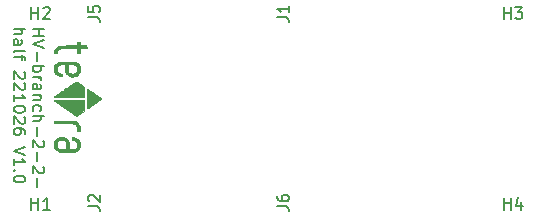
<source format=gbr>
%TF.GenerationSoftware,KiCad,Pcbnew,6.0.1-79c1e3a40b~116~ubuntu20.04.1*%
%TF.CreationDate,2022-10-26T10:43:15+09:00*%
%TF.ProjectId,HV-terminal-branch-board-2-2-half,48562d74-6572-46d6-996e-616c2d627261,1.0*%
%TF.SameCoordinates,Original*%
%TF.FileFunction,Legend,Top*%
%TF.FilePolarity,Positive*%
%FSLAX46Y46*%
G04 Gerber Fmt 4.6, Leading zero omitted, Abs format (unit mm)*
G04 Created by KiCad (PCBNEW 6.0.1-79c1e3a40b~116~ubuntu20.04.1) date 2022-10-26 10:43:15*
%MOMM*%
%LPD*%
G01*
G04 APERTURE LIST*
%ADD10C,0.150000*%
%ADD11C,0.010000*%
G04 APERTURE END LIST*
D10*
X82352619Y-68335595D02*
X83352619Y-68335595D01*
X82876428Y-68335595D02*
X82876428Y-68907023D01*
X82352619Y-68907023D02*
X83352619Y-68907023D01*
X83352619Y-69240357D02*
X82352619Y-69573690D01*
X83352619Y-69907023D01*
X82733571Y-70240357D02*
X82733571Y-71002261D01*
X82352619Y-71478452D02*
X83352619Y-71478452D01*
X82971666Y-71478452D02*
X83019285Y-71573690D01*
X83019285Y-71764166D01*
X82971666Y-71859404D01*
X82924047Y-71907023D01*
X82828809Y-71954642D01*
X82543095Y-71954642D01*
X82447857Y-71907023D01*
X82400238Y-71859404D01*
X82352619Y-71764166D01*
X82352619Y-71573690D01*
X82400238Y-71478452D01*
X82352619Y-72383214D02*
X83019285Y-72383214D01*
X82828809Y-72383214D02*
X82924047Y-72430833D01*
X82971666Y-72478452D01*
X83019285Y-72573690D01*
X83019285Y-72668928D01*
X82352619Y-73430833D02*
X82876428Y-73430833D01*
X82971666Y-73383214D01*
X83019285Y-73287976D01*
X83019285Y-73097500D01*
X82971666Y-73002261D01*
X82400238Y-73430833D02*
X82352619Y-73335595D01*
X82352619Y-73097500D01*
X82400238Y-73002261D01*
X82495476Y-72954642D01*
X82590714Y-72954642D01*
X82685952Y-73002261D01*
X82733571Y-73097500D01*
X82733571Y-73335595D01*
X82781190Y-73430833D01*
X83019285Y-73907023D02*
X82352619Y-73907023D01*
X82924047Y-73907023D02*
X82971666Y-73954642D01*
X83019285Y-74049880D01*
X83019285Y-74192738D01*
X82971666Y-74287976D01*
X82876428Y-74335595D01*
X82352619Y-74335595D01*
X82400238Y-75240357D02*
X82352619Y-75145119D01*
X82352619Y-74954642D01*
X82400238Y-74859404D01*
X82447857Y-74811785D01*
X82543095Y-74764166D01*
X82828809Y-74764166D01*
X82924047Y-74811785D01*
X82971666Y-74859404D01*
X83019285Y-74954642D01*
X83019285Y-75145119D01*
X82971666Y-75240357D01*
X82352619Y-75668928D02*
X83352619Y-75668928D01*
X82352619Y-76097500D02*
X82876428Y-76097500D01*
X82971666Y-76049880D01*
X83019285Y-75954642D01*
X83019285Y-75811785D01*
X82971666Y-75716547D01*
X82924047Y-75668928D01*
X82733571Y-76573690D02*
X82733571Y-77335595D01*
X83257380Y-77764166D02*
X83305000Y-77811785D01*
X83352619Y-77907023D01*
X83352619Y-78145119D01*
X83305000Y-78240357D01*
X83257380Y-78287976D01*
X83162142Y-78335595D01*
X83066904Y-78335595D01*
X82924047Y-78287976D01*
X82352619Y-77716547D01*
X82352619Y-78335595D01*
X82733571Y-78764166D02*
X82733571Y-79526071D01*
X83257380Y-79954642D02*
X83305000Y-80002261D01*
X83352619Y-80097500D01*
X83352619Y-80335595D01*
X83305000Y-80430833D01*
X83257380Y-80478452D01*
X83162142Y-80526071D01*
X83066904Y-80526071D01*
X82924047Y-80478452D01*
X82352619Y-79907023D01*
X82352619Y-80526071D01*
X82733571Y-80954642D02*
X82733571Y-81716547D01*
X80742619Y-68335595D02*
X81742619Y-68335595D01*
X80742619Y-68764166D02*
X81266428Y-68764166D01*
X81361666Y-68716547D01*
X81409285Y-68621309D01*
X81409285Y-68478452D01*
X81361666Y-68383214D01*
X81314047Y-68335595D01*
X80742619Y-69668928D02*
X81266428Y-69668928D01*
X81361666Y-69621309D01*
X81409285Y-69526071D01*
X81409285Y-69335595D01*
X81361666Y-69240357D01*
X80790238Y-69668928D02*
X80742619Y-69573690D01*
X80742619Y-69335595D01*
X80790238Y-69240357D01*
X80885476Y-69192738D01*
X80980714Y-69192738D01*
X81075952Y-69240357D01*
X81123571Y-69335595D01*
X81123571Y-69573690D01*
X81171190Y-69668928D01*
X80742619Y-70287976D02*
X80790238Y-70192738D01*
X80885476Y-70145119D01*
X81742619Y-70145119D01*
X81409285Y-70526071D02*
X81409285Y-70907023D01*
X80742619Y-70668928D02*
X81599761Y-70668928D01*
X81695000Y-70716547D01*
X81742619Y-70811785D01*
X81742619Y-70907023D01*
X81647380Y-71954642D02*
X81695000Y-72002261D01*
X81742619Y-72097500D01*
X81742619Y-72335595D01*
X81695000Y-72430833D01*
X81647380Y-72478452D01*
X81552142Y-72526071D01*
X81456904Y-72526071D01*
X81314047Y-72478452D01*
X80742619Y-71907023D01*
X80742619Y-72526071D01*
X81647380Y-72907023D02*
X81695000Y-72954642D01*
X81742619Y-73049880D01*
X81742619Y-73287976D01*
X81695000Y-73383214D01*
X81647380Y-73430833D01*
X81552142Y-73478452D01*
X81456904Y-73478452D01*
X81314047Y-73430833D01*
X80742619Y-72859404D01*
X80742619Y-73478452D01*
X80742619Y-74430833D02*
X80742619Y-73859404D01*
X80742619Y-74145119D02*
X81742619Y-74145119D01*
X81599761Y-74049880D01*
X81504523Y-73954642D01*
X81456904Y-73859404D01*
X81742619Y-75049880D02*
X81742619Y-75145119D01*
X81695000Y-75240357D01*
X81647380Y-75287976D01*
X81552142Y-75335595D01*
X81361666Y-75383214D01*
X81123571Y-75383214D01*
X80933095Y-75335595D01*
X80837857Y-75287976D01*
X80790238Y-75240357D01*
X80742619Y-75145119D01*
X80742619Y-75049880D01*
X80790238Y-74954642D01*
X80837857Y-74907023D01*
X80933095Y-74859404D01*
X81123571Y-74811785D01*
X81361666Y-74811785D01*
X81552142Y-74859404D01*
X81647380Y-74907023D01*
X81695000Y-74954642D01*
X81742619Y-75049880D01*
X81647380Y-75764166D02*
X81695000Y-75811785D01*
X81742619Y-75907023D01*
X81742619Y-76145119D01*
X81695000Y-76240357D01*
X81647380Y-76287976D01*
X81552142Y-76335595D01*
X81456904Y-76335595D01*
X81314047Y-76287976D01*
X80742619Y-75716547D01*
X80742619Y-76335595D01*
X81742619Y-77192738D02*
X81742619Y-77002261D01*
X81695000Y-76907023D01*
X81647380Y-76859404D01*
X81504523Y-76764166D01*
X81314047Y-76716547D01*
X80933095Y-76716547D01*
X80837857Y-76764166D01*
X80790238Y-76811785D01*
X80742619Y-76907023D01*
X80742619Y-77097500D01*
X80790238Y-77192738D01*
X80837857Y-77240357D01*
X80933095Y-77287976D01*
X81171190Y-77287976D01*
X81266428Y-77240357D01*
X81314047Y-77192738D01*
X81361666Y-77097500D01*
X81361666Y-76907023D01*
X81314047Y-76811785D01*
X81266428Y-76764166D01*
X81171190Y-76716547D01*
X81742619Y-78335595D02*
X80742619Y-78668928D01*
X81742619Y-79002261D01*
X80742619Y-79859404D02*
X80742619Y-79287976D01*
X80742619Y-79573690D02*
X81742619Y-79573690D01*
X81599761Y-79478452D01*
X81504523Y-79383214D01*
X81456904Y-79287976D01*
X80837857Y-80287976D02*
X80790238Y-80335595D01*
X80742619Y-80287976D01*
X80790238Y-80240357D01*
X80837857Y-80287976D01*
X80742619Y-80287976D01*
X81742619Y-80954642D02*
X81742619Y-81049880D01*
X81695000Y-81145119D01*
X81647380Y-81192738D01*
X81552142Y-81240357D01*
X81361666Y-81287976D01*
X81123571Y-81287976D01*
X80933095Y-81240357D01*
X80837857Y-81192738D01*
X80790238Y-81145119D01*
X80742619Y-81049880D01*
X80742619Y-80954642D01*
X80790238Y-80859404D01*
X80837857Y-80811785D01*
X80933095Y-80764166D01*
X81123571Y-80716547D01*
X81361666Y-80716547D01*
X81552142Y-80764166D01*
X81647380Y-80811785D01*
X81695000Y-80859404D01*
X81742619Y-80954642D01*
%TO.C,H4*%
X122238095Y-83602380D02*
X122238095Y-82602380D01*
X122238095Y-83078571D02*
X122809523Y-83078571D01*
X122809523Y-83602380D02*
X122809523Y-82602380D01*
X123714285Y-82935714D02*
X123714285Y-83602380D01*
X123476190Y-82554761D02*
X123238095Y-83269047D01*
X123857142Y-83269047D01*
%TO.C,H1*%
X82238095Y-83602380D02*
X82238095Y-82602380D01*
X82238095Y-83078571D02*
X82809523Y-83078571D01*
X82809523Y-83602380D02*
X82809523Y-82602380D01*
X83809523Y-83602380D02*
X83238095Y-83602380D01*
X83523809Y-83602380D02*
X83523809Y-82602380D01*
X83428571Y-82745238D01*
X83333333Y-82840476D01*
X83238095Y-82888095D01*
%TO.C,J5*%
X87052380Y-67333333D02*
X87766666Y-67333333D01*
X87909523Y-67380952D01*
X88004761Y-67476190D01*
X88052380Y-67619047D01*
X88052380Y-67714285D01*
X87052380Y-66380952D02*
X87052380Y-66857142D01*
X87528571Y-66904761D01*
X87480952Y-66857142D01*
X87433333Y-66761904D01*
X87433333Y-66523809D01*
X87480952Y-66428571D01*
X87528571Y-66380952D01*
X87623809Y-66333333D01*
X87861904Y-66333333D01*
X87957142Y-66380952D01*
X88004761Y-66428571D01*
X88052380Y-66523809D01*
X88052380Y-66761904D01*
X88004761Y-66857142D01*
X87957142Y-66904761D01*
%TO.C,H2*%
X82238095Y-67452380D02*
X82238095Y-66452380D01*
X82238095Y-66928571D02*
X82809523Y-66928571D01*
X82809523Y-67452380D02*
X82809523Y-66452380D01*
X83238095Y-66547619D02*
X83285714Y-66500000D01*
X83380952Y-66452380D01*
X83619047Y-66452380D01*
X83714285Y-66500000D01*
X83761904Y-66547619D01*
X83809523Y-66642857D01*
X83809523Y-66738095D01*
X83761904Y-66880952D01*
X83190476Y-67452380D01*
X83809523Y-67452380D01*
%TO.C,J1*%
X103052380Y-67333333D02*
X103766666Y-67333333D01*
X103909523Y-67380952D01*
X104004761Y-67476190D01*
X104052380Y-67619047D01*
X104052380Y-67714285D01*
X104052380Y-66333333D02*
X104052380Y-66904761D01*
X104052380Y-66619047D02*
X103052380Y-66619047D01*
X103195238Y-66714285D01*
X103290476Y-66809523D01*
X103338095Y-66904761D01*
%TO.C,J2*%
X87052380Y-83333333D02*
X87766666Y-83333333D01*
X87909523Y-83380952D01*
X88004761Y-83476190D01*
X88052380Y-83619047D01*
X88052380Y-83714285D01*
X87147619Y-82904761D02*
X87100000Y-82857142D01*
X87052380Y-82761904D01*
X87052380Y-82523809D01*
X87100000Y-82428571D01*
X87147619Y-82380952D01*
X87242857Y-82333333D01*
X87338095Y-82333333D01*
X87480952Y-82380952D01*
X88052380Y-82952380D01*
X88052380Y-82333333D01*
%TO.C,J6*%
X103052380Y-83333333D02*
X103766666Y-83333333D01*
X103909523Y-83380952D01*
X104004761Y-83476190D01*
X104052380Y-83619047D01*
X104052380Y-83714285D01*
X103052380Y-82428571D02*
X103052380Y-82619047D01*
X103100000Y-82714285D01*
X103147619Y-82761904D01*
X103290476Y-82857142D01*
X103480952Y-82904761D01*
X103861904Y-82904761D01*
X103957142Y-82857142D01*
X104004761Y-82809523D01*
X104052380Y-82714285D01*
X104052380Y-82523809D01*
X104004761Y-82428571D01*
X103957142Y-82380952D01*
X103861904Y-82333333D01*
X103623809Y-82333333D01*
X103528571Y-82380952D01*
X103480952Y-82428571D01*
X103433333Y-82523809D01*
X103433333Y-82714285D01*
X103480952Y-82809523D01*
X103528571Y-82857142D01*
X103623809Y-82904761D01*
%TO.C,H3*%
X122238095Y-67452380D02*
X122238095Y-66452380D01*
X122238095Y-66928571D02*
X122809523Y-66928571D01*
X122809523Y-67452380D02*
X122809523Y-66452380D01*
X123190476Y-66452380D02*
X123809523Y-66452380D01*
X123476190Y-66833333D01*
X123619047Y-66833333D01*
X123714285Y-66880952D01*
X123761904Y-66928571D01*
X123809523Y-67023809D01*
X123809523Y-67261904D01*
X123761904Y-67357142D01*
X123714285Y-67404761D01*
X123619047Y-67452380D01*
X123333333Y-67452380D01*
X123238095Y-67404761D01*
X123190476Y-67357142D01*
D11*
%TO.C,L1*%
X88120726Y-74222252D02*
X88111610Y-74242807D01*
X88111610Y-74242807D02*
X88103173Y-74249856D01*
X88103173Y-74249856D02*
X88082082Y-74265607D01*
X88082082Y-74265607D02*
X88049632Y-74289159D01*
X88049632Y-74289159D02*
X88007114Y-74319611D01*
X88007114Y-74319611D02*
X87955823Y-74356061D01*
X87955823Y-74356061D02*
X87897051Y-74397609D01*
X87897051Y-74397609D02*
X87832092Y-74443353D01*
X87832092Y-74443353D02*
X87762240Y-74492393D01*
X87762240Y-74492393D02*
X87688787Y-74543827D01*
X87688787Y-74543827D02*
X87613027Y-74596753D01*
X87613027Y-74596753D02*
X87536253Y-74650272D01*
X87536253Y-74650272D02*
X87459758Y-74703481D01*
X87459758Y-74703481D02*
X87384836Y-74755479D01*
X87384836Y-74755479D02*
X87312781Y-74805366D01*
X87312781Y-74805366D02*
X87244884Y-74852240D01*
X87244884Y-74852240D02*
X87182441Y-74895200D01*
X87182441Y-74895200D02*
X87126743Y-74933345D01*
X87126743Y-74933345D02*
X87079084Y-74965773D01*
X87079084Y-74965773D02*
X87040758Y-74991585D01*
X87040758Y-74991585D02*
X87013058Y-75009877D01*
X87013058Y-75009877D02*
X86997277Y-75019750D01*
X86997277Y-75019750D02*
X86994568Y-75021149D01*
X86994568Y-75021149D02*
X86992342Y-75020872D01*
X86992342Y-75020872D02*
X86990376Y-75017586D01*
X86990376Y-75017586D02*
X86988654Y-75010326D01*
X86988654Y-75010326D02*
X86987158Y-74998124D01*
X86987158Y-74998124D02*
X86985874Y-74980015D01*
X86985874Y-74980015D02*
X86984786Y-74955032D01*
X86984786Y-74955032D02*
X86983879Y-74922209D01*
X86983879Y-74922209D02*
X86983135Y-74880579D01*
X86983135Y-74880579D02*
X86982540Y-74829176D01*
X86982540Y-74829176D02*
X86982077Y-74767035D01*
X86982077Y-74767035D02*
X86981732Y-74693188D01*
X86981732Y-74693188D02*
X86981488Y-74606670D01*
X86981488Y-74606670D02*
X86981328Y-74506513D01*
X86981328Y-74506513D02*
X86981239Y-74391753D01*
X86981239Y-74391753D02*
X86981203Y-74261422D01*
X86981203Y-74261422D02*
X86981200Y-74203200D01*
X86981200Y-74203200D02*
X86981216Y-74066404D01*
X86981216Y-74066404D02*
X86981276Y-73945571D01*
X86981276Y-73945571D02*
X86981396Y-73839728D01*
X86981396Y-73839728D02*
X86981592Y-73747903D01*
X86981592Y-73747903D02*
X86981881Y-73669126D01*
X86981881Y-73669126D02*
X86982278Y-73602424D01*
X86982278Y-73602424D02*
X86982801Y-73546827D01*
X86982801Y-73546827D02*
X86983466Y-73501362D01*
X86983466Y-73501362D02*
X86984289Y-73465058D01*
X86984289Y-73465058D02*
X86985286Y-73436944D01*
X86985286Y-73436944D02*
X86986475Y-73416048D01*
X86986475Y-73416048D02*
X86987870Y-73401399D01*
X86987870Y-73401399D02*
X86989490Y-73392025D01*
X86989490Y-73392025D02*
X86991349Y-73386954D01*
X86991349Y-73386954D02*
X86993465Y-73385215D01*
X86993465Y-73385215D02*
X86994985Y-73385411D01*
X86994985Y-73385411D02*
X87005799Y-73391665D01*
X87005799Y-73391665D02*
X87029017Y-73406623D01*
X87029017Y-73406623D02*
X87063351Y-73429394D01*
X87063351Y-73429394D02*
X87107514Y-73459086D01*
X87107514Y-73459086D02*
X87160217Y-73494807D01*
X87160217Y-73494807D02*
X87220172Y-73535667D01*
X87220172Y-73535667D02*
X87286091Y-73580774D01*
X87286091Y-73580774D02*
X87356684Y-73629235D01*
X87356684Y-73629235D02*
X87430665Y-73680161D01*
X87430665Y-73680161D02*
X87506745Y-73732659D01*
X87506745Y-73732659D02*
X87583635Y-73785838D01*
X87583635Y-73785838D02*
X87660047Y-73838807D01*
X87660047Y-73838807D02*
X87734693Y-73890673D01*
X87734693Y-73890673D02*
X87806285Y-73940546D01*
X87806285Y-73940546D02*
X87873535Y-73987534D01*
X87873535Y-73987534D02*
X87935154Y-74030745D01*
X87935154Y-74030745D02*
X87989854Y-74069289D01*
X87989854Y-74069289D02*
X88036346Y-74102273D01*
X88036346Y-74102273D02*
X88073343Y-74128806D01*
X88073343Y-74128806D02*
X88099556Y-74147997D01*
X88099556Y-74147997D02*
X88113698Y-74158954D01*
X88113698Y-74158954D02*
X88115821Y-74161029D01*
X88115821Y-74161029D02*
X88123589Y-74190270D01*
X88123589Y-74190270D02*
X88120726Y-74222252D01*
X88120726Y-74222252D02*
X88120726Y-74222252D01*
G36*
X86994985Y-73385411D02*
G01*
X87005799Y-73391665D01*
X87029017Y-73406623D01*
X87063351Y-73429394D01*
X87107514Y-73459086D01*
X87160217Y-73494807D01*
X87220172Y-73535667D01*
X87286091Y-73580774D01*
X87356684Y-73629235D01*
X87430665Y-73680161D01*
X87506745Y-73732659D01*
X87583635Y-73785838D01*
X87660047Y-73838807D01*
X87734693Y-73890673D01*
X87806285Y-73940546D01*
X87873535Y-73987534D01*
X87935154Y-74030745D01*
X87989854Y-74069289D01*
X88036346Y-74102273D01*
X88073343Y-74128806D01*
X88099556Y-74147997D01*
X88113698Y-74158954D01*
X88115821Y-74161029D01*
X88123589Y-74190270D01*
X88120726Y-74222252D01*
X88111610Y-74242807D01*
X88103173Y-74249856D01*
X88082082Y-74265607D01*
X88049632Y-74289159D01*
X88007114Y-74319611D01*
X87955823Y-74356061D01*
X87897051Y-74397609D01*
X87832092Y-74443353D01*
X87762240Y-74492393D01*
X87688787Y-74543827D01*
X87613027Y-74596753D01*
X87536253Y-74650272D01*
X87459758Y-74703481D01*
X87384836Y-74755479D01*
X87312781Y-74805366D01*
X87244884Y-74852240D01*
X87182441Y-74895200D01*
X87126743Y-74933345D01*
X87079084Y-74965773D01*
X87040758Y-74991585D01*
X87013058Y-75009877D01*
X86997277Y-75019750D01*
X86994568Y-75021149D01*
X86992342Y-75020872D01*
X86990376Y-75017586D01*
X86988654Y-75010326D01*
X86987158Y-74998124D01*
X86985874Y-74980015D01*
X86984786Y-74955032D01*
X86983879Y-74922209D01*
X86983135Y-74880579D01*
X86982540Y-74829176D01*
X86982077Y-74767035D01*
X86981732Y-74693188D01*
X86981488Y-74606670D01*
X86981328Y-74506513D01*
X86981239Y-74391753D01*
X86981203Y-74261422D01*
X86981200Y-74203200D01*
X86981216Y-74066404D01*
X86981276Y-73945571D01*
X86981396Y-73839728D01*
X86981592Y-73747903D01*
X86981881Y-73669126D01*
X86982278Y-73602424D01*
X86982801Y-73546827D01*
X86983466Y-73501362D01*
X86984289Y-73465058D01*
X86985286Y-73436944D01*
X86986475Y-73416048D01*
X86987870Y-73401399D01*
X86989490Y-73392025D01*
X86991349Y-73386954D01*
X86993465Y-73385215D01*
X86994985Y-73385411D01*
G37*
X86994985Y-73385411D02*
X87005799Y-73391665D01*
X87029017Y-73406623D01*
X87063351Y-73429394D01*
X87107514Y-73459086D01*
X87160217Y-73494807D01*
X87220172Y-73535667D01*
X87286091Y-73580774D01*
X87356684Y-73629235D01*
X87430665Y-73680161D01*
X87506745Y-73732659D01*
X87583635Y-73785838D01*
X87660047Y-73838807D01*
X87734693Y-73890673D01*
X87806285Y-73940546D01*
X87873535Y-73987534D01*
X87935154Y-74030745D01*
X87989854Y-74069289D01*
X88036346Y-74102273D01*
X88073343Y-74128806D01*
X88099556Y-74147997D01*
X88113698Y-74158954D01*
X88115821Y-74161029D01*
X88123589Y-74190270D01*
X88120726Y-74222252D01*
X88111610Y-74242807D01*
X88103173Y-74249856D01*
X88082082Y-74265607D01*
X88049632Y-74289159D01*
X88007114Y-74319611D01*
X87955823Y-74356061D01*
X87897051Y-74397609D01*
X87832092Y-74443353D01*
X87762240Y-74492393D01*
X87688787Y-74543827D01*
X87613027Y-74596753D01*
X87536253Y-74650272D01*
X87459758Y-74703481D01*
X87384836Y-74755479D01*
X87312781Y-74805366D01*
X87244884Y-74852240D01*
X87182441Y-74895200D01*
X87126743Y-74933345D01*
X87079084Y-74965773D01*
X87040758Y-74991585D01*
X87013058Y-75009877D01*
X86997277Y-75019750D01*
X86994568Y-75021149D01*
X86992342Y-75020872D01*
X86990376Y-75017586D01*
X86988654Y-75010326D01*
X86987158Y-74998124D01*
X86985874Y-74980015D01*
X86984786Y-74955032D01*
X86983879Y-74922209D01*
X86983135Y-74880579D01*
X86982540Y-74829176D01*
X86982077Y-74767035D01*
X86981732Y-74693188D01*
X86981488Y-74606670D01*
X86981328Y-74506513D01*
X86981239Y-74391753D01*
X86981203Y-74261422D01*
X86981200Y-74203200D01*
X86981216Y-74066404D01*
X86981276Y-73945571D01*
X86981396Y-73839728D01*
X86981592Y-73747903D01*
X86981881Y-73669126D01*
X86982278Y-73602424D01*
X86982801Y-73546827D01*
X86983466Y-73501362D01*
X86984289Y-73465058D01*
X86985286Y-73436944D01*
X86986475Y-73416048D01*
X86987870Y-73401399D01*
X86989490Y-73392025D01*
X86991349Y-73386954D01*
X86993465Y-73385215D01*
X86994985Y-73385411D01*
X86354216Y-76870026D02*
X86351201Y-76902200D01*
X86351201Y-76902200D02*
X86343765Y-76923780D01*
X86343765Y-76923780D02*
X86330499Y-76936878D01*
X86330499Y-76936878D02*
X86309993Y-76943607D01*
X86309993Y-76943607D02*
X86280838Y-76946078D01*
X86280838Y-76946078D02*
X86241625Y-76946406D01*
X86241625Y-76946406D02*
X86231900Y-76946400D01*
X86231900Y-76946400D02*
X86190026Y-76946227D01*
X86190026Y-76946227D02*
X86158948Y-76944245D01*
X86158948Y-76944245D02*
X86137059Y-76938259D01*
X86137059Y-76938259D02*
X86122749Y-76926073D01*
X86122749Y-76926073D02*
X86114410Y-76905491D01*
X86114410Y-76905491D02*
X86110433Y-76874319D01*
X86110433Y-76874319D02*
X86109210Y-76830360D01*
X86109210Y-76830360D02*
X86109134Y-76778845D01*
X86109134Y-76778845D02*
X86108099Y-76708949D01*
X86108099Y-76708949D02*
X86104588Y-76652433D01*
X86104588Y-76652433D02*
X86097987Y-76605848D01*
X86097987Y-76605848D02*
X86087684Y-76565744D01*
X86087684Y-76565744D02*
X86073067Y-76528671D01*
X86073067Y-76528671D02*
X86060172Y-76503103D01*
X86060172Y-76503103D02*
X86017606Y-76441985D01*
X86017606Y-76441985D02*
X85962224Y-76390238D01*
X85962224Y-76390238D02*
X85896247Y-76349447D01*
X85896247Y-76349447D02*
X85821899Y-76321200D01*
X85821899Y-76321200D02*
X85796900Y-76315111D01*
X85796900Y-76315111D02*
X85784267Y-76313001D01*
X85784267Y-76313001D02*
X85766838Y-76311142D01*
X85766838Y-76311142D02*
X85743600Y-76309520D01*
X85743600Y-76309520D02*
X85713541Y-76308121D01*
X85713541Y-76308121D02*
X85675646Y-76306928D01*
X85675646Y-76306928D02*
X85628902Y-76305928D01*
X85628902Y-76305928D02*
X85572296Y-76305106D01*
X85572296Y-76305106D02*
X85504815Y-76304447D01*
X85504815Y-76304447D02*
X85425446Y-76303936D01*
X85425446Y-76303936D02*
X85333175Y-76303559D01*
X85333175Y-76303559D02*
X85226989Y-76303300D01*
X85226989Y-76303300D02*
X85105874Y-76303145D01*
X85105874Y-76303145D02*
X84971927Y-76303080D01*
X84971927Y-76303080D02*
X84817599Y-76302953D01*
X84817599Y-76302953D02*
X84680183Y-76302634D01*
X84680183Y-76302634D02*
X84559658Y-76302123D01*
X84559658Y-76302123D02*
X84456003Y-76301420D01*
X84456003Y-76301420D02*
X84369197Y-76300524D01*
X84369197Y-76300524D02*
X84299220Y-76299435D01*
X84299220Y-76299435D02*
X84246052Y-76298153D01*
X84246052Y-76298153D02*
X84209670Y-76296678D01*
X84209670Y-76296678D02*
X84190056Y-76295009D01*
X84190056Y-76295009D02*
X84186644Y-76294169D01*
X84186644Y-76294169D02*
X84179629Y-76288904D01*
X84179629Y-76288904D02*
X84174948Y-76279982D01*
X84174948Y-76279982D02*
X84172138Y-76264329D01*
X84172138Y-76264329D02*
X84170738Y-76238872D01*
X84170738Y-76238872D02*
X84170287Y-76200537D01*
X84170287Y-76200537D02*
X84170267Y-76185139D01*
X84170267Y-76185139D02*
X84170830Y-76138358D01*
X84170830Y-76138358D02*
X84172689Y-76106113D01*
X84172689Y-76106113D02*
X84176096Y-76086039D01*
X84176096Y-76086039D02*
X84181302Y-76075771D01*
X84181302Y-76075771D02*
X84182012Y-76075126D01*
X84182012Y-76075126D02*
X84188733Y-76073401D01*
X84188733Y-76073401D02*
X84204922Y-76071901D01*
X84204922Y-76071901D02*
X84231269Y-76070621D01*
X84231269Y-76070621D02*
X84268467Y-76069555D01*
X84268467Y-76069555D02*
X84317204Y-76068696D01*
X84317204Y-76068696D02*
X84378171Y-76068039D01*
X84378171Y-76068039D02*
X84452060Y-76067577D01*
X84452060Y-76067577D02*
X84539561Y-76067305D01*
X84539561Y-76067305D02*
X84641365Y-76067217D01*
X84641365Y-76067217D02*
X84758162Y-76067305D01*
X84758162Y-76067305D02*
X84890642Y-76067565D01*
X84890642Y-76067565D02*
X85009629Y-76067896D01*
X85009629Y-76067896D02*
X85825500Y-76070415D01*
X85825500Y-76070415D02*
X85888768Y-76089859D01*
X85888768Y-76089859D02*
X85989362Y-76128741D01*
X85989362Y-76128741D02*
X86078887Y-76179968D01*
X86078887Y-76179968D02*
X86156811Y-76243096D01*
X86156811Y-76243096D02*
X86222601Y-76317683D01*
X86222601Y-76317683D02*
X86275725Y-76403286D01*
X86275725Y-76403286D02*
X86282656Y-76417233D01*
X86282656Y-76417233D02*
X86304996Y-76467220D01*
X86304996Y-76467220D02*
X86322041Y-76514929D01*
X86322041Y-76514929D02*
X86334548Y-76564125D01*
X86334548Y-76564125D02*
X86343274Y-76618577D01*
X86343274Y-76618577D02*
X86348976Y-76682050D01*
X86348976Y-76682050D02*
X86352411Y-76758310D01*
X86352411Y-76758310D02*
X86352621Y-76765442D01*
X86352621Y-76765442D02*
X86354220Y-76825144D01*
X86354220Y-76825144D02*
X86354216Y-76870026D01*
X86354216Y-76870026D02*
X86354216Y-76870026D01*
G36*
X84758162Y-76067305D02*
G01*
X84890642Y-76067565D01*
X85009629Y-76067896D01*
X85825500Y-76070415D01*
X85888768Y-76089859D01*
X85989362Y-76128741D01*
X86078887Y-76179968D01*
X86156811Y-76243096D01*
X86222601Y-76317683D01*
X86275725Y-76403286D01*
X86282656Y-76417233D01*
X86304996Y-76467220D01*
X86322041Y-76514929D01*
X86334548Y-76564125D01*
X86343274Y-76618577D01*
X86348976Y-76682050D01*
X86352411Y-76758310D01*
X86352621Y-76765442D01*
X86354220Y-76825144D01*
X86354216Y-76870026D01*
X86351201Y-76902200D01*
X86343765Y-76923780D01*
X86330499Y-76936878D01*
X86309993Y-76943607D01*
X86280838Y-76946078D01*
X86241625Y-76946406D01*
X86231900Y-76946400D01*
X86190026Y-76946227D01*
X86158948Y-76944245D01*
X86137059Y-76938259D01*
X86122749Y-76926073D01*
X86114410Y-76905491D01*
X86110433Y-76874319D01*
X86109210Y-76830360D01*
X86109134Y-76778845D01*
X86108099Y-76708949D01*
X86104588Y-76652433D01*
X86097987Y-76605848D01*
X86087684Y-76565744D01*
X86073067Y-76528671D01*
X86060172Y-76503103D01*
X86017606Y-76441985D01*
X85962224Y-76390238D01*
X85896247Y-76349447D01*
X85821899Y-76321200D01*
X85796900Y-76315111D01*
X85784267Y-76313001D01*
X85766838Y-76311142D01*
X85743600Y-76309520D01*
X85713541Y-76308121D01*
X85675646Y-76306928D01*
X85628902Y-76305928D01*
X85572296Y-76305106D01*
X85504815Y-76304447D01*
X85425446Y-76303936D01*
X85333175Y-76303559D01*
X85226989Y-76303300D01*
X85105874Y-76303145D01*
X84971927Y-76303080D01*
X84817599Y-76302953D01*
X84680183Y-76302634D01*
X84559658Y-76302123D01*
X84456003Y-76301420D01*
X84369197Y-76300524D01*
X84299220Y-76299435D01*
X84246052Y-76298153D01*
X84209670Y-76296678D01*
X84190056Y-76295009D01*
X84186644Y-76294169D01*
X84179629Y-76288904D01*
X84174948Y-76279982D01*
X84172138Y-76264329D01*
X84170738Y-76238872D01*
X84170287Y-76200537D01*
X84170267Y-76185139D01*
X84170830Y-76138358D01*
X84172689Y-76106113D01*
X84176096Y-76086039D01*
X84181302Y-76075771D01*
X84182012Y-76075126D01*
X84188733Y-76073401D01*
X84204922Y-76071901D01*
X84231269Y-76070621D01*
X84268467Y-76069555D01*
X84317204Y-76068696D01*
X84378171Y-76068039D01*
X84452060Y-76067577D01*
X84539561Y-76067305D01*
X84641365Y-76067217D01*
X84758162Y-76067305D01*
G37*
X84758162Y-76067305D02*
X84890642Y-76067565D01*
X85009629Y-76067896D01*
X85825500Y-76070415D01*
X85888768Y-76089859D01*
X85989362Y-76128741D01*
X86078887Y-76179968D01*
X86156811Y-76243096D01*
X86222601Y-76317683D01*
X86275725Y-76403286D01*
X86282656Y-76417233D01*
X86304996Y-76467220D01*
X86322041Y-76514929D01*
X86334548Y-76564125D01*
X86343274Y-76618577D01*
X86348976Y-76682050D01*
X86352411Y-76758310D01*
X86352621Y-76765442D01*
X86354220Y-76825144D01*
X86354216Y-76870026D01*
X86351201Y-76902200D01*
X86343765Y-76923780D01*
X86330499Y-76936878D01*
X86309993Y-76943607D01*
X86280838Y-76946078D01*
X86241625Y-76946406D01*
X86231900Y-76946400D01*
X86190026Y-76946227D01*
X86158948Y-76944245D01*
X86137059Y-76938259D01*
X86122749Y-76926073D01*
X86114410Y-76905491D01*
X86110433Y-76874319D01*
X86109210Y-76830360D01*
X86109134Y-76778845D01*
X86108099Y-76708949D01*
X86104588Y-76652433D01*
X86097987Y-76605848D01*
X86087684Y-76565744D01*
X86073067Y-76528671D01*
X86060172Y-76503103D01*
X86017606Y-76441985D01*
X85962224Y-76390238D01*
X85896247Y-76349447D01*
X85821899Y-76321200D01*
X85796900Y-76315111D01*
X85784267Y-76313001D01*
X85766838Y-76311142D01*
X85743600Y-76309520D01*
X85713541Y-76308121D01*
X85675646Y-76306928D01*
X85628902Y-76305928D01*
X85572296Y-76305106D01*
X85504815Y-76304447D01*
X85425446Y-76303936D01*
X85333175Y-76303559D01*
X85226989Y-76303300D01*
X85105874Y-76303145D01*
X84971927Y-76303080D01*
X84817599Y-76302953D01*
X84680183Y-76302634D01*
X84559658Y-76302123D01*
X84456003Y-76301420D01*
X84369197Y-76300524D01*
X84299220Y-76299435D01*
X84246052Y-76298153D01*
X84209670Y-76296678D01*
X84190056Y-76295009D01*
X84186644Y-76294169D01*
X84179629Y-76288904D01*
X84174948Y-76279982D01*
X84172138Y-76264329D01*
X84170738Y-76238872D01*
X84170287Y-76200537D01*
X84170267Y-76185139D01*
X84170830Y-76138358D01*
X84172689Y-76106113D01*
X84176096Y-76086039D01*
X84181302Y-76075771D01*
X84182012Y-76075126D01*
X84188733Y-76073401D01*
X84204922Y-76071901D01*
X84231269Y-76070621D01*
X84268467Y-76069555D01*
X84317204Y-76068696D01*
X84378171Y-76068039D01*
X84452060Y-76067577D01*
X84539561Y-76067305D01*
X84641365Y-76067217D01*
X84758162Y-76067305D01*
X86437874Y-75409899D02*
X86375668Y-75452895D01*
X86375668Y-75452895D02*
X86316949Y-75493309D01*
X86316949Y-75493309D02*
X86263368Y-75530016D01*
X86263368Y-75530016D02*
X86216576Y-75561894D01*
X86216576Y-75561894D02*
X86178223Y-75587820D01*
X86178223Y-75587820D02*
X86149959Y-75606669D01*
X86149959Y-75606669D02*
X86133435Y-75617320D01*
X86133435Y-75617320D02*
X86130957Y-75618779D01*
X86130957Y-75618779D02*
X86084525Y-75635476D01*
X86084525Y-75635476D02*
X86034451Y-75638507D01*
X86034451Y-75638507D02*
X86001626Y-75632318D01*
X86001626Y-75632318D02*
X85991174Y-75626532D01*
X85991174Y-75626532D02*
X85967946Y-75611926D01*
X85967946Y-75611926D02*
X85932934Y-75589176D01*
X85932934Y-75589176D02*
X85887129Y-75558960D01*
X85887129Y-75558960D02*
X85831522Y-75521955D01*
X85831522Y-75521955D02*
X85767106Y-75478836D01*
X85767106Y-75478836D02*
X85694872Y-75430282D01*
X85694872Y-75430282D02*
X85615811Y-75376968D01*
X85615811Y-75376968D02*
X85530915Y-75319572D01*
X85530915Y-75319572D02*
X85441176Y-75258770D01*
X85441176Y-75258770D02*
X85347585Y-75195239D01*
X85347585Y-75195239D02*
X85251134Y-75129656D01*
X85251134Y-75129656D02*
X85152814Y-75062698D01*
X85152814Y-75062698D02*
X85053617Y-74995042D01*
X85053617Y-74995042D02*
X84954535Y-74927364D01*
X84954535Y-74927364D02*
X84856558Y-74860342D01*
X84856558Y-74860342D02*
X84760680Y-74794651D01*
X84760680Y-74794651D02*
X84667890Y-74730970D01*
X84667890Y-74730970D02*
X84579182Y-74669974D01*
X84579182Y-74669974D02*
X84495545Y-74612340D01*
X84495545Y-74612340D02*
X84417973Y-74558746D01*
X84417973Y-74558746D02*
X84347456Y-74509868D01*
X84347456Y-74509868D02*
X84284987Y-74466383D01*
X84284987Y-74466383D02*
X84231556Y-74428968D01*
X84231556Y-74428968D02*
X84188155Y-74398299D01*
X84188155Y-74398299D02*
X84155777Y-74375053D01*
X84155777Y-74375053D02*
X84135411Y-74359908D01*
X84135411Y-74359908D02*
X84128051Y-74353540D01*
X84128051Y-74353540D02*
X84128041Y-74353483D01*
X84128041Y-74353483D02*
X84136340Y-74352754D01*
X84136340Y-74352754D02*
X84160644Y-74352049D01*
X84160644Y-74352049D02*
X84200023Y-74351372D01*
X84200023Y-74351372D02*
X84253549Y-74350728D01*
X84253549Y-74350728D02*
X84320291Y-74350122D01*
X84320291Y-74350122D02*
X84399323Y-74349558D01*
X84399323Y-74349558D02*
X84489713Y-74349041D01*
X84489713Y-74349041D02*
X84590534Y-74348576D01*
X84590534Y-74348576D02*
X84700857Y-74348168D01*
X84700857Y-74348168D02*
X84819752Y-74347820D01*
X84819752Y-74347820D02*
X84946291Y-74347538D01*
X84946291Y-74347538D02*
X85079544Y-74347327D01*
X85079544Y-74347327D02*
X85218583Y-74347191D01*
X85218583Y-74347191D02*
X85362478Y-74347134D01*
X85362478Y-74347134D02*
X85388203Y-74347133D01*
X85388203Y-74347133D02*
X85576713Y-74347177D01*
X85576713Y-74347177D02*
X85748707Y-74347309D01*
X85748707Y-74347309D02*
X85904601Y-74347534D01*
X85904601Y-74347534D02*
X86044813Y-74347854D01*
X86044813Y-74347854D02*
X86169758Y-74348272D01*
X86169758Y-74348272D02*
X86279855Y-74348792D01*
X86279855Y-74348792D02*
X86375519Y-74349415D01*
X86375519Y-74349415D02*
X86457168Y-74350146D01*
X86457168Y-74350146D02*
X86525219Y-74350988D01*
X86525219Y-74350988D02*
X86580087Y-74351942D01*
X86580087Y-74351942D02*
X86622191Y-74353014D01*
X86622191Y-74353014D02*
X86651947Y-74354204D01*
X86651947Y-74354204D02*
X86669771Y-74355517D01*
X86669771Y-74355517D02*
X86675315Y-74356490D01*
X86675315Y-74356490D02*
X86696481Y-74367488D01*
X86696481Y-74367488D02*
X86710279Y-74381030D01*
X86710279Y-74381030D02*
X86710446Y-74381334D01*
X86710446Y-74381334D02*
X86712396Y-74393472D01*
X86712396Y-74393472D02*
X86714122Y-74421529D01*
X86714122Y-74421529D02*
X86715605Y-74464493D01*
X86715605Y-74464493D02*
X86716824Y-74521349D01*
X86716824Y-74521349D02*
X86717760Y-74591086D01*
X86717760Y-74591086D02*
X86718394Y-74672689D01*
X86718394Y-74672689D02*
X86718704Y-74765147D01*
X86718704Y-74765147D02*
X86718733Y-74806092D01*
X86718733Y-74806092D02*
X86718733Y-75215364D01*
X86718733Y-75215364D02*
X86437874Y-75409899D01*
X86437874Y-75409899D02*
X86437874Y-75409899D01*
G36*
X85576713Y-74347177D02*
G01*
X85748707Y-74347309D01*
X85904601Y-74347534D01*
X86044813Y-74347854D01*
X86169758Y-74348272D01*
X86279855Y-74348792D01*
X86375519Y-74349415D01*
X86457168Y-74350146D01*
X86525219Y-74350988D01*
X86580087Y-74351942D01*
X86622191Y-74353014D01*
X86651947Y-74354204D01*
X86669771Y-74355517D01*
X86675315Y-74356490D01*
X86696481Y-74367488D01*
X86710279Y-74381030D01*
X86710446Y-74381334D01*
X86712396Y-74393472D01*
X86714122Y-74421529D01*
X86715605Y-74464493D01*
X86716824Y-74521349D01*
X86717760Y-74591086D01*
X86718394Y-74672689D01*
X86718704Y-74765147D01*
X86718733Y-74806092D01*
X86718733Y-75215364D01*
X86437874Y-75409899D01*
X86375668Y-75452895D01*
X86316949Y-75493309D01*
X86263368Y-75530016D01*
X86216576Y-75561894D01*
X86178223Y-75587820D01*
X86149959Y-75606669D01*
X86133435Y-75617320D01*
X86130957Y-75618779D01*
X86084525Y-75635476D01*
X86034451Y-75638507D01*
X86001626Y-75632318D01*
X85991174Y-75626532D01*
X85967946Y-75611926D01*
X85932934Y-75589176D01*
X85887129Y-75558960D01*
X85831522Y-75521955D01*
X85767106Y-75478836D01*
X85694872Y-75430282D01*
X85615811Y-75376968D01*
X85530915Y-75319572D01*
X85441176Y-75258770D01*
X85347585Y-75195239D01*
X85251134Y-75129656D01*
X85152814Y-75062698D01*
X85053617Y-74995042D01*
X84954535Y-74927364D01*
X84856558Y-74860342D01*
X84760680Y-74794651D01*
X84667890Y-74730970D01*
X84579182Y-74669974D01*
X84495545Y-74612340D01*
X84417973Y-74558746D01*
X84347456Y-74509868D01*
X84284987Y-74466383D01*
X84231556Y-74428968D01*
X84188155Y-74398299D01*
X84155777Y-74375053D01*
X84135411Y-74359908D01*
X84128051Y-74353540D01*
X84128041Y-74353483D01*
X84136340Y-74352754D01*
X84160644Y-74352049D01*
X84200023Y-74351372D01*
X84253549Y-74350728D01*
X84320291Y-74350122D01*
X84399323Y-74349558D01*
X84489713Y-74349041D01*
X84590534Y-74348576D01*
X84700857Y-74348168D01*
X84819752Y-74347820D01*
X84946291Y-74347538D01*
X85079544Y-74347327D01*
X85218583Y-74347191D01*
X85362478Y-74347134D01*
X85388203Y-74347133D01*
X85576713Y-74347177D01*
G37*
X85576713Y-74347177D02*
X85748707Y-74347309D01*
X85904601Y-74347534D01*
X86044813Y-74347854D01*
X86169758Y-74348272D01*
X86279855Y-74348792D01*
X86375519Y-74349415D01*
X86457168Y-74350146D01*
X86525219Y-74350988D01*
X86580087Y-74351942D01*
X86622191Y-74353014D01*
X86651947Y-74354204D01*
X86669771Y-74355517D01*
X86675315Y-74356490D01*
X86696481Y-74367488D01*
X86710279Y-74381030D01*
X86710446Y-74381334D01*
X86712396Y-74393472D01*
X86714122Y-74421529D01*
X86715605Y-74464493D01*
X86716824Y-74521349D01*
X86717760Y-74591086D01*
X86718394Y-74672689D01*
X86718704Y-74765147D01*
X86718733Y-74806092D01*
X86718733Y-75215364D01*
X86437874Y-75409899D01*
X86375668Y-75452895D01*
X86316949Y-75493309D01*
X86263368Y-75530016D01*
X86216576Y-75561894D01*
X86178223Y-75587820D01*
X86149959Y-75606669D01*
X86133435Y-75617320D01*
X86130957Y-75618779D01*
X86084525Y-75635476D01*
X86034451Y-75638507D01*
X86001626Y-75632318D01*
X85991174Y-75626532D01*
X85967946Y-75611926D01*
X85932934Y-75589176D01*
X85887129Y-75558960D01*
X85831522Y-75521955D01*
X85767106Y-75478836D01*
X85694872Y-75430282D01*
X85615811Y-75376968D01*
X85530915Y-75319572D01*
X85441176Y-75258770D01*
X85347585Y-75195239D01*
X85251134Y-75129656D01*
X85152814Y-75062698D01*
X85053617Y-74995042D01*
X84954535Y-74927364D01*
X84856558Y-74860342D01*
X84760680Y-74794651D01*
X84667890Y-74730970D01*
X84579182Y-74669974D01*
X84495545Y-74612340D01*
X84417973Y-74558746D01*
X84347456Y-74509868D01*
X84284987Y-74466383D01*
X84231556Y-74428968D01*
X84188155Y-74398299D01*
X84155777Y-74375053D01*
X84135411Y-74359908D01*
X84128051Y-74353540D01*
X84128041Y-74353483D01*
X84136340Y-74352754D01*
X84160644Y-74352049D01*
X84200023Y-74351372D01*
X84253549Y-74350728D01*
X84320291Y-74350122D01*
X84399323Y-74349558D01*
X84489713Y-74349041D01*
X84590534Y-74348576D01*
X84700857Y-74348168D01*
X84819752Y-74347820D01*
X84946291Y-74347538D01*
X85079544Y-74347327D01*
X85218583Y-74347191D01*
X85362478Y-74347134D01*
X85388203Y-74347133D01*
X85576713Y-74347177D01*
X86375210Y-78097867D02*
X86374888Y-78149836D01*
X86374888Y-78149836D02*
X86373785Y-78188916D01*
X86373785Y-78188916D02*
X86371440Y-78219149D01*
X86371440Y-78219149D02*
X86367391Y-78244577D01*
X86367391Y-78244577D02*
X86361174Y-78269240D01*
X86361174Y-78269240D02*
X86352443Y-78296833D01*
X86352443Y-78296833D02*
X86312737Y-78391341D01*
X86312737Y-78391341D02*
X86260313Y-78474708D01*
X86260313Y-78474708D02*
X86195136Y-78546970D01*
X86195136Y-78546970D02*
X86117167Y-78608161D01*
X86117167Y-78608161D02*
X86026369Y-78658318D01*
X86026369Y-78658318D02*
X85926785Y-78696217D01*
X85926785Y-78696217D02*
X85850900Y-78719804D01*
X85850900Y-78719804D02*
X85293904Y-78722498D01*
X85293904Y-78722498D02*
X85179750Y-78723002D01*
X85179750Y-78723002D02*
X85081175Y-78723315D01*
X85081175Y-78723315D02*
X84996825Y-78723414D01*
X84996825Y-78723414D02*
X84925347Y-78723276D01*
X84925347Y-78723276D02*
X84865388Y-78722879D01*
X84865388Y-78722879D02*
X84815593Y-78722200D01*
X84815593Y-78722200D02*
X84774609Y-78721217D01*
X84774609Y-78721217D02*
X84741082Y-78719906D01*
X84741082Y-78719906D02*
X84713659Y-78718246D01*
X84713659Y-78718246D02*
X84690987Y-78716212D01*
X84690987Y-78716212D02*
X84671711Y-78713784D01*
X84671711Y-78713784D02*
X84659782Y-78711883D01*
X84659782Y-78711883D02*
X84558177Y-78686637D01*
X84558177Y-78686637D02*
X84464520Y-78647873D01*
X84464520Y-78647873D02*
X84380042Y-78596610D01*
X84380042Y-78596610D02*
X84305975Y-78533867D01*
X84305975Y-78533867D02*
X84243549Y-78460662D01*
X84243549Y-78460662D02*
X84193996Y-78378012D01*
X84193996Y-78378012D02*
X84162909Y-78301067D01*
X84162909Y-78301067D02*
X84138583Y-78198977D01*
X84138583Y-78198977D02*
X84129735Y-78093567D01*
X84129735Y-78093567D02*
X84136708Y-77988985D01*
X84136708Y-77988985D02*
X84136882Y-77987800D01*
X84136882Y-77987800D02*
X84159516Y-77889698D01*
X84159516Y-77889698D02*
X84196860Y-77797888D01*
X84196860Y-77797888D02*
X84247741Y-77714002D01*
X84247741Y-77714002D02*
X84310982Y-77639675D01*
X84310982Y-77639675D02*
X84385408Y-77576542D01*
X84385408Y-77576542D02*
X84468227Y-77527028D01*
X84468227Y-77527028D02*
X84529621Y-77499278D01*
X84529621Y-77499278D02*
X84586528Y-77479410D01*
X84586528Y-77479410D02*
X84645711Y-77465514D01*
X84645711Y-77465514D02*
X84713931Y-77455682D01*
X84713931Y-77455682D02*
X84725537Y-77454421D01*
X84725537Y-77454421D02*
X84764301Y-77452822D01*
X84764301Y-77452822D02*
X84764301Y-77686093D01*
X84764301Y-77686093D02*
X84757084Y-77686673D01*
X84757084Y-77686673D02*
X84669306Y-77701295D01*
X84669306Y-77701295D02*
X84590984Y-77728292D01*
X84590984Y-77728292D02*
X84523108Y-77766926D01*
X84523108Y-77766926D02*
X84466670Y-77816459D01*
X84466670Y-77816459D02*
X84422660Y-77876152D01*
X84422660Y-77876152D02*
X84392069Y-77945267D01*
X84392069Y-77945267D02*
X84387040Y-77962400D01*
X84387040Y-77962400D02*
X84377534Y-78015545D01*
X84377534Y-78015545D02*
X84374006Y-78076741D01*
X84374006Y-78076741D02*
X84376364Y-78139095D01*
X84376364Y-78139095D02*
X84384515Y-78195712D01*
X84384515Y-78195712D02*
X84390499Y-78218961D01*
X84390499Y-78218961D02*
X84404311Y-78255619D01*
X84404311Y-78255619D02*
X84422230Y-78292818D01*
X84422230Y-78292818D02*
X84435546Y-78315102D01*
X84435546Y-78315102D02*
X84470728Y-78356324D01*
X84470728Y-78356324D02*
X84517154Y-78396071D01*
X84517154Y-78396071D02*
X84569345Y-78430220D01*
X84569345Y-78430220D02*
X84620139Y-78454037D01*
X84620139Y-78454037D02*
X84636291Y-78459667D01*
X84636291Y-78459667D02*
X84652000Y-78464150D01*
X84652000Y-78464150D02*
X84669446Y-78467646D01*
X84669446Y-78467646D02*
X84690810Y-78470316D01*
X84690810Y-78470316D02*
X84718273Y-78472321D01*
X84718273Y-78472321D02*
X84754015Y-78473822D01*
X84754015Y-78473822D02*
X84800217Y-78474978D01*
X84800217Y-78474978D02*
X84859060Y-78475951D01*
X84859060Y-78475951D02*
X84930150Y-78476870D01*
X84930150Y-78476870D02*
X85186267Y-78479984D01*
X85186267Y-78479984D02*
X85186267Y-78248371D01*
X85186267Y-78248371D02*
X85186026Y-78169911D01*
X85186026Y-78169911D02*
X85185103Y-78106008D01*
X85185103Y-78106008D02*
X85183196Y-78054289D01*
X85183196Y-78054289D02*
X85180003Y-78012380D01*
X85180003Y-78012380D02*
X85175222Y-77977910D01*
X85175222Y-77977910D02*
X85168552Y-77948505D01*
X85168552Y-77948505D02*
X85159690Y-77921792D01*
X85159690Y-77921792D02*
X85148336Y-77895399D01*
X85148336Y-77895399D02*
X85138939Y-77876231D01*
X85138939Y-77876231D02*
X85100360Y-77818249D01*
X85100360Y-77818249D02*
X85049099Y-77769227D01*
X85049099Y-77769227D02*
X84987510Y-77730332D01*
X84987510Y-77730332D02*
X84917945Y-77702733D01*
X84917945Y-77702733D02*
X84842758Y-77687598D01*
X84842758Y-77687598D02*
X84764301Y-77686093D01*
X84764301Y-77686093D02*
X84764301Y-77452822D01*
X84764301Y-77452822D02*
X84808597Y-77450994D01*
X84808597Y-77450994D02*
X84894001Y-77456931D01*
X84894001Y-77456931D02*
X84973990Y-77471597D01*
X84973990Y-77471597D02*
X84990719Y-77476114D01*
X84990719Y-77476114D02*
X85072580Y-77507604D01*
X85072580Y-77507604D02*
X85151215Y-77552740D01*
X85151215Y-77552740D02*
X85223570Y-77608999D01*
X85223570Y-77608999D02*
X85286585Y-77673858D01*
X85286585Y-77673858D02*
X85337205Y-77744793D01*
X85337205Y-77744793D02*
X85354202Y-77776133D01*
X85354202Y-77776133D02*
X85372784Y-77815220D01*
X85372784Y-77815220D02*
X85387858Y-77850805D01*
X85387858Y-77850805D02*
X85399830Y-77885353D01*
X85399830Y-77885353D02*
X85409103Y-77921325D01*
X85409103Y-77921325D02*
X85416081Y-77961185D01*
X85416081Y-77961185D02*
X85421170Y-78007397D01*
X85421170Y-78007397D02*
X85424773Y-78062424D01*
X85424773Y-78062424D02*
X85427295Y-78128728D01*
X85427295Y-78128728D02*
X85429140Y-78208772D01*
X85429140Y-78208772D02*
X85429616Y-78235450D01*
X85429616Y-78235450D02*
X85433909Y-78487333D01*
X85433909Y-78487333D02*
X85592977Y-78487333D01*
X85592977Y-78487333D02*
X85674478Y-78486349D01*
X85674478Y-78486349D02*
X85742020Y-78483111D01*
X85742020Y-78483111D02*
X85798476Y-78477195D01*
X85798476Y-78477195D02*
X85846723Y-78468174D01*
X85846723Y-78468174D02*
X85889633Y-78455622D01*
X85889633Y-78455622D02*
X85930082Y-78439115D01*
X85930082Y-78439115D02*
X85935417Y-78436605D01*
X85935417Y-78436605D02*
X85999409Y-78397052D01*
X85999409Y-78397052D02*
X86052889Y-78345578D01*
X86052889Y-78345578D02*
X86094769Y-78284330D01*
X86094769Y-78284330D02*
X86123959Y-78215455D01*
X86123959Y-78215455D02*
X86139371Y-78141101D01*
X86139371Y-78141101D02*
X86139915Y-78063416D01*
X86139915Y-78063416D02*
X86136924Y-78039181D01*
X86136924Y-78039181D02*
X86117371Y-77962868D01*
X86117371Y-77962868D02*
X86084062Y-77896213D01*
X86084062Y-77896213D02*
X86037404Y-77839590D01*
X86037404Y-77839590D02*
X85977805Y-77793374D01*
X85977805Y-77793374D02*
X85905670Y-77757938D01*
X85905670Y-77757938D02*
X85821406Y-77733657D01*
X85821406Y-77733657D02*
X85800930Y-77729789D01*
X85800930Y-77729789D02*
X85766007Y-77722975D01*
X85766007Y-77722975D02*
X85736840Y-77715818D01*
X85736840Y-77715818D02*
X85717958Y-77709491D01*
X85717958Y-77709491D02*
X85714147Y-77707332D01*
X85714147Y-77707332D02*
X85709436Y-77695218D01*
X85709436Y-77695218D02*
X85705888Y-77670466D01*
X85705888Y-77670466D02*
X85703566Y-77637335D01*
X85703566Y-77637335D02*
X85702534Y-77600085D01*
X85702534Y-77600085D02*
X85702855Y-77562977D01*
X85702855Y-77562977D02*
X85704592Y-77530268D01*
X85704592Y-77530268D02*
X85707808Y-77506220D01*
X85707808Y-77506220D02*
X85711027Y-77496733D01*
X85711027Y-77496733D02*
X85725606Y-77488338D01*
X85725606Y-77488338D02*
X85753208Y-77485317D01*
X85753208Y-77485317D02*
X85790972Y-77487179D01*
X85790972Y-77487179D02*
X85836034Y-77493430D01*
X85836034Y-77493430D02*
X85885534Y-77503580D01*
X85885534Y-77503580D02*
X85936609Y-77517137D01*
X85936609Y-77517137D02*
X85986396Y-77533610D01*
X85986396Y-77533610D02*
X86029899Y-77551513D01*
X86029899Y-77551513D02*
X86120724Y-77601158D01*
X86120724Y-77601158D02*
X86197608Y-77660035D01*
X86197608Y-77660035D02*
X86261302Y-77728953D01*
X86261302Y-77728953D02*
X86312556Y-77808723D01*
X86312556Y-77808723D02*
X86351711Y-77898981D01*
X86351711Y-77898981D02*
X86360866Y-77926270D01*
X86360866Y-77926270D02*
X86367301Y-77949835D01*
X86367301Y-77949835D02*
X86371485Y-77973647D01*
X86371485Y-77973647D02*
X86373887Y-78001675D01*
X86373887Y-78001675D02*
X86374976Y-78037891D01*
X86374976Y-78037891D02*
X86375222Y-78086266D01*
X86375222Y-78086266D02*
X86375210Y-78097867D01*
X86375210Y-78097867D02*
X86375210Y-78097867D01*
G36*
X84894001Y-77456931D02*
G01*
X84973990Y-77471597D01*
X84990719Y-77476114D01*
X85072580Y-77507604D01*
X85151215Y-77552740D01*
X85223570Y-77608999D01*
X85286585Y-77673858D01*
X85337205Y-77744793D01*
X85354202Y-77776133D01*
X85372784Y-77815220D01*
X85387858Y-77850805D01*
X85399830Y-77885353D01*
X85409103Y-77921325D01*
X85416081Y-77961185D01*
X85421170Y-78007397D01*
X85424773Y-78062424D01*
X85427295Y-78128728D01*
X85429140Y-78208772D01*
X85429616Y-78235450D01*
X85433909Y-78487333D01*
X85592977Y-78487333D01*
X85674478Y-78486349D01*
X85742020Y-78483111D01*
X85798476Y-78477195D01*
X85846723Y-78468174D01*
X85889633Y-78455622D01*
X85930082Y-78439115D01*
X85935417Y-78436605D01*
X85999409Y-78397052D01*
X86052889Y-78345578D01*
X86094769Y-78284330D01*
X86123959Y-78215455D01*
X86139371Y-78141101D01*
X86139915Y-78063416D01*
X86136924Y-78039181D01*
X86117371Y-77962868D01*
X86084062Y-77896213D01*
X86037404Y-77839590D01*
X85977805Y-77793374D01*
X85905670Y-77757938D01*
X85821406Y-77733657D01*
X85800930Y-77729789D01*
X85766007Y-77722975D01*
X85736840Y-77715818D01*
X85717958Y-77709491D01*
X85714147Y-77707332D01*
X85709436Y-77695218D01*
X85705888Y-77670466D01*
X85703566Y-77637335D01*
X85702534Y-77600085D01*
X85702855Y-77562977D01*
X85704592Y-77530268D01*
X85707808Y-77506220D01*
X85711027Y-77496733D01*
X85725606Y-77488338D01*
X85753208Y-77485317D01*
X85790972Y-77487179D01*
X85836034Y-77493430D01*
X85885534Y-77503580D01*
X85936609Y-77517137D01*
X85986396Y-77533610D01*
X86029899Y-77551513D01*
X86120724Y-77601158D01*
X86197608Y-77660035D01*
X86261302Y-77728953D01*
X86312556Y-77808723D01*
X86351711Y-77898981D01*
X86360866Y-77926270D01*
X86367301Y-77949835D01*
X86371485Y-77973647D01*
X86373887Y-78001675D01*
X86374976Y-78037891D01*
X86375222Y-78086266D01*
X86375210Y-78097867D01*
X86374888Y-78149836D01*
X86373785Y-78188916D01*
X86371440Y-78219149D01*
X86367391Y-78244577D01*
X86361174Y-78269240D01*
X86352443Y-78296833D01*
X86312737Y-78391341D01*
X86260313Y-78474708D01*
X86195136Y-78546970D01*
X86117167Y-78608161D01*
X86026369Y-78658318D01*
X85926785Y-78696217D01*
X85850900Y-78719804D01*
X85293904Y-78722498D01*
X85179750Y-78723002D01*
X85081175Y-78723315D01*
X84996825Y-78723414D01*
X84925347Y-78723276D01*
X84865388Y-78722879D01*
X84815593Y-78722200D01*
X84774609Y-78721217D01*
X84741082Y-78719906D01*
X84713659Y-78718246D01*
X84690987Y-78716212D01*
X84671711Y-78713784D01*
X84659782Y-78711883D01*
X84558177Y-78686637D01*
X84464520Y-78647873D01*
X84380042Y-78596610D01*
X84305975Y-78533867D01*
X84243549Y-78460662D01*
X84193996Y-78378012D01*
X84162909Y-78301067D01*
X84138583Y-78198977D01*
X84129735Y-78093567D01*
X84130857Y-78076741D01*
X84374006Y-78076741D01*
X84376364Y-78139095D01*
X84384515Y-78195712D01*
X84390499Y-78218961D01*
X84404311Y-78255619D01*
X84422230Y-78292818D01*
X84435546Y-78315102D01*
X84470728Y-78356324D01*
X84517154Y-78396071D01*
X84569345Y-78430220D01*
X84620139Y-78454037D01*
X84636291Y-78459667D01*
X84652000Y-78464150D01*
X84669446Y-78467646D01*
X84690810Y-78470316D01*
X84718273Y-78472321D01*
X84754015Y-78473822D01*
X84800217Y-78474978D01*
X84859060Y-78475951D01*
X84930150Y-78476870D01*
X85186267Y-78479984D01*
X85186267Y-78248371D01*
X85186026Y-78169911D01*
X85185103Y-78106008D01*
X85183196Y-78054289D01*
X85180003Y-78012380D01*
X85175222Y-77977910D01*
X85168552Y-77948505D01*
X85159690Y-77921792D01*
X85148336Y-77895399D01*
X85138939Y-77876231D01*
X85100360Y-77818249D01*
X85049099Y-77769227D01*
X84987510Y-77730332D01*
X84917945Y-77702733D01*
X84842758Y-77687598D01*
X84764301Y-77686093D01*
X84757084Y-77686673D01*
X84669306Y-77701295D01*
X84590984Y-77728292D01*
X84523108Y-77766926D01*
X84466670Y-77816459D01*
X84422660Y-77876152D01*
X84392069Y-77945267D01*
X84387040Y-77962400D01*
X84377534Y-78015545D01*
X84374006Y-78076741D01*
X84130857Y-78076741D01*
X84136708Y-77988985D01*
X84136882Y-77987800D01*
X84159516Y-77889698D01*
X84196860Y-77797888D01*
X84247741Y-77714002D01*
X84310982Y-77639675D01*
X84385408Y-77576542D01*
X84468227Y-77527028D01*
X84529621Y-77499278D01*
X84586528Y-77479410D01*
X84645711Y-77465514D01*
X84713931Y-77455682D01*
X84725537Y-77454421D01*
X84764301Y-77452822D01*
X84808597Y-77450994D01*
X84894001Y-77456931D01*
G37*
X84894001Y-77456931D02*
X84973990Y-77471597D01*
X84990719Y-77476114D01*
X85072580Y-77507604D01*
X85151215Y-77552740D01*
X85223570Y-77608999D01*
X85286585Y-77673858D01*
X85337205Y-77744793D01*
X85354202Y-77776133D01*
X85372784Y-77815220D01*
X85387858Y-77850805D01*
X85399830Y-77885353D01*
X85409103Y-77921325D01*
X85416081Y-77961185D01*
X85421170Y-78007397D01*
X85424773Y-78062424D01*
X85427295Y-78128728D01*
X85429140Y-78208772D01*
X85429616Y-78235450D01*
X85433909Y-78487333D01*
X85592977Y-78487333D01*
X85674478Y-78486349D01*
X85742020Y-78483111D01*
X85798476Y-78477195D01*
X85846723Y-78468174D01*
X85889633Y-78455622D01*
X85930082Y-78439115D01*
X85935417Y-78436605D01*
X85999409Y-78397052D01*
X86052889Y-78345578D01*
X86094769Y-78284330D01*
X86123959Y-78215455D01*
X86139371Y-78141101D01*
X86139915Y-78063416D01*
X86136924Y-78039181D01*
X86117371Y-77962868D01*
X86084062Y-77896213D01*
X86037404Y-77839590D01*
X85977805Y-77793374D01*
X85905670Y-77757938D01*
X85821406Y-77733657D01*
X85800930Y-77729789D01*
X85766007Y-77722975D01*
X85736840Y-77715818D01*
X85717958Y-77709491D01*
X85714147Y-77707332D01*
X85709436Y-77695218D01*
X85705888Y-77670466D01*
X85703566Y-77637335D01*
X85702534Y-77600085D01*
X85702855Y-77562977D01*
X85704592Y-77530268D01*
X85707808Y-77506220D01*
X85711027Y-77496733D01*
X85725606Y-77488338D01*
X85753208Y-77485317D01*
X85790972Y-77487179D01*
X85836034Y-77493430D01*
X85885534Y-77503580D01*
X85936609Y-77517137D01*
X85986396Y-77533610D01*
X86029899Y-77551513D01*
X86120724Y-77601158D01*
X86197608Y-77660035D01*
X86261302Y-77728953D01*
X86312556Y-77808723D01*
X86351711Y-77898981D01*
X86360866Y-77926270D01*
X86367301Y-77949835D01*
X86371485Y-77973647D01*
X86373887Y-78001675D01*
X86374976Y-78037891D01*
X86375222Y-78086266D01*
X86375210Y-78097867D01*
X86374888Y-78149836D01*
X86373785Y-78188916D01*
X86371440Y-78219149D01*
X86367391Y-78244577D01*
X86361174Y-78269240D01*
X86352443Y-78296833D01*
X86312737Y-78391341D01*
X86260313Y-78474708D01*
X86195136Y-78546970D01*
X86117167Y-78608161D01*
X86026369Y-78658318D01*
X85926785Y-78696217D01*
X85850900Y-78719804D01*
X85293904Y-78722498D01*
X85179750Y-78723002D01*
X85081175Y-78723315D01*
X84996825Y-78723414D01*
X84925347Y-78723276D01*
X84865388Y-78722879D01*
X84815593Y-78722200D01*
X84774609Y-78721217D01*
X84741082Y-78719906D01*
X84713659Y-78718246D01*
X84690987Y-78716212D01*
X84671711Y-78713784D01*
X84659782Y-78711883D01*
X84558177Y-78686637D01*
X84464520Y-78647873D01*
X84380042Y-78596610D01*
X84305975Y-78533867D01*
X84243549Y-78460662D01*
X84193996Y-78378012D01*
X84162909Y-78301067D01*
X84138583Y-78198977D01*
X84129735Y-78093567D01*
X84130857Y-78076741D01*
X84374006Y-78076741D01*
X84376364Y-78139095D01*
X84384515Y-78195712D01*
X84390499Y-78218961D01*
X84404311Y-78255619D01*
X84422230Y-78292818D01*
X84435546Y-78315102D01*
X84470728Y-78356324D01*
X84517154Y-78396071D01*
X84569345Y-78430220D01*
X84620139Y-78454037D01*
X84636291Y-78459667D01*
X84652000Y-78464150D01*
X84669446Y-78467646D01*
X84690810Y-78470316D01*
X84718273Y-78472321D01*
X84754015Y-78473822D01*
X84800217Y-78474978D01*
X84859060Y-78475951D01*
X84930150Y-78476870D01*
X85186267Y-78479984D01*
X85186267Y-78248371D01*
X85186026Y-78169911D01*
X85185103Y-78106008D01*
X85183196Y-78054289D01*
X85180003Y-78012380D01*
X85175222Y-77977910D01*
X85168552Y-77948505D01*
X85159690Y-77921792D01*
X85148336Y-77895399D01*
X85138939Y-77876231D01*
X85100360Y-77818249D01*
X85049099Y-77769227D01*
X84987510Y-77730332D01*
X84917945Y-77702733D01*
X84842758Y-77687598D01*
X84764301Y-77686093D01*
X84757084Y-77686673D01*
X84669306Y-77701295D01*
X84590984Y-77728292D01*
X84523108Y-77766926D01*
X84466670Y-77816459D01*
X84422660Y-77876152D01*
X84392069Y-77945267D01*
X84387040Y-77962400D01*
X84377534Y-78015545D01*
X84374006Y-78076741D01*
X84130857Y-78076741D01*
X84136708Y-77988985D01*
X84136882Y-77987800D01*
X84159516Y-77889698D01*
X84196860Y-77797888D01*
X84247741Y-77714002D01*
X84310982Y-77639675D01*
X84385408Y-77576542D01*
X84468227Y-77527028D01*
X84529621Y-77499278D01*
X84586528Y-77479410D01*
X84645711Y-77465514D01*
X84713931Y-77455682D01*
X84725537Y-77454421D01*
X84764301Y-77452822D01*
X84808597Y-77450994D01*
X84894001Y-77456931D01*
X86951197Y-69924345D02*
X86950417Y-69925712D01*
X86950417Y-69925712D02*
X86946757Y-69929592D01*
X86946757Y-69929592D02*
X86940045Y-69932748D01*
X86940045Y-69932748D02*
X86928602Y-69935272D01*
X86928602Y-69935272D02*
X86910750Y-69937256D01*
X86910750Y-69937256D02*
X86884808Y-69938791D01*
X86884808Y-69938791D02*
X86849099Y-69939970D01*
X86849099Y-69939970D02*
X86801943Y-69940884D01*
X86801943Y-69940884D02*
X86741661Y-69941625D01*
X86741661Y-69941625D02*
X86666575Y-69942284D01*
X86666575Y-69942284D02*
X86643730Y-69942458D01*
X86643730Y-69942458D02*
X86346200Y-69944683D01*
X86346200Y-69944683D02*
X86346200Y-70130361D01*
X86346200Y-70130361D02*
X86346261Y-70195702D01*
X86346261Y-70195702D02*
X86345719Y-70246061D01*
X86345719Y-70246061D02*
X86343488Y-70283382D01*
X86343488Y-70283382D02*
X86338479Y-70309610D01*
X86338479Y-70309610D02*
X86329607Y-70326689D01*
X86329607Y-70326689D02*
X86315784Y-70336564D01*
X86315784Y-70336564D02*
X86295923Y-70341180D01*
X86295923Y-70341180D02*
X86268938Y-70342480D01*
X86268938Y-70342480D02*
X86233741Y-70342409D01*
X86233741Y-70342409D02*
X86227667Y-70342400D01*
X86227667Y-70342400D02*
X86191173Y-70342510D01*
X86191173Y-70342510D02*
X86163038Y-70341548D01*
X86163038Y-70341548D02*
X86142179Y-70337569D01*
X86142179Y-70337569D02*
X86127512Y-70328631D01*
X86127512Y-70328631D02*
X86117953Y-70312794D01*
X86117953Y-70312794D02*
X86112418Y-70288113D01*
X86112418Y-70288113D02*
X86109825Y-70252646D01*
X86109825Y-70252646D02*
X86109090Y-70204452D01*
X86109090Y-70204452D02*
X86109128Y-70141587D01*
X86109128Y-70141587D02*
X86109133Y-70129923D01*
X86109133Y-70129923D02*
X86109133Y-69943806D01*
X86109133Y-69943806D02*
X85425450Y-69946673D01*
X85425450Y-69946673D02*
X85300504Y-69947222D01*
X85300504Y-69947222D02*
X85191323Y-69947773D01*
X85191323Y-69947773D02*
X85096741Y-69948352D01*
X85096741Y-69948352D02*
X85015590Y-69948988D01*
X85015590Y-69948988D02*
X84946702Y-69949708D01*
X84946702Y-69949708D02*
X84888911Y-69950541D01*
X84888911Y-69950541D02*
X84841048Y-69951513D01*
X84841048Y-69951513D02*
X84801947Y-69952652D01*
X84801947Y-69952652D02*
X84770439Y-69953987D01*
X84770439Y-69953987D02*
X84745358Y-69955545D01*
X84745358Y-69955545D02*
X84725537Y-69957353D01*
X84725537Y-69957353D02*
X84709806Y-69959440D01*
X84709806Y-69959440D02*
X84697000Y-69961834D01*
X84697000Y-69961834D02*
X84687181Y-69964227D01*
X84687181Y-69964227D02*
X84606267Y-69992333D01*
X84606267Y-69992333D02*
X84539395Y-70029487D01*
X84539395Y-70029487D02*
X84486064Y-70076066D01*
X84486064Y-70076066D02*
X84445771Y-70132449D01*
X84445771Y-70132449D02*
X84434956Y-70153912D01*
X84434956Y-70153912D02*
X84423060Y-70184376D01*
X84423060Y-70184376D02*
X84415407Y-70216772D01*
X84415407Y-70216772D02*
X84410803Y-70257065D01*
X84410803Y-70257065D02*
X84409253Y-70282395D01*
X84409253Y-70282395D02*
X84406660Y-70318647D01*
X84406660Y-70318647D02*
X84403035Y-70348975D01*
X84403035Y-70348975D02*
X84398966Y-70369058D01*
X84398966Y-70369058D02*
X84396769Y-70374150D01*
X84396769Y-70374150D02*
X84384690Y-70378922D01*
X84384690Y-70378922D02*
X84359931Y-70382358D01*
X84359931Y-70382358D02*
X84326691Y-70384448D01*
X84326691Y-70384448D02*
X84289171Y-70385184D01*
X84289171Y-70385184D02*
X84251570Y-70384559D01*
X84251570Y-70384559D02*
X84218089Y-70382563D01*
X84218089Y-70382563D02*
X84192929Y-70379190D01*
X84192929Y-70379190D02*
X84180427Y-70374573D01*
X84180427Y-70374573D02*
X84174704Y-70359881D01*
X84174704Y-70359881D02*
X84171375Y-70332264D01*
X84171375Y-70332264D02*
X84170336Y-70295543D01*
X84170336Y-70295543D02*
X84171481Y-70253542D01*
X84171481Y-70253542D02*
X84174705Y-70210082D01*
X84174705Y-70210082D02*
X84179903Y-70168986D01*
X84179903Y-70168986D02*
X84186970Y-70134077D01*
X84186970Y-70134077D02*
X84187043Y-70133798D01*
X84187043Y-70133798D02*
X84218767Y-70043524D01*
X84218767Y-70043524D02*
X84263834Y-69963629D01*
X84263834Y-69963629D02*
X84322151Y-69894191D01*
X84322151Y-69894191D02*
X84393622Y-69835285D01*
X84393622Y-69835285D02*
X84478152Y-69786987D01*
X84478152Y-69786987D02*
X84575648Y-69749376D01*
X84575648Y-69749376D02*
X84686014Y-69722526D01*
X84686014Y-69722526D02*
X84698426Y-69720321D01*
X84698426Y-69720321D02*
X84714859Y-69717883D01*
X84714859Y-69717883D02*
X84734653Y-69715761D01*
X84734653Y-69715761D02*
X84758987Y-69713934D01*
X84758987Y-69713934D02*
X84789043Y-69712383D01*
X84789043Y-69712383D02*
X84826002Y-69711087D01*
X84826002Y-69711087D02*
X84871045Y-69710024D01*
X84871045Y-69710024D02*
X84925354Y-69709174D01*
X84925354Y-69709174D02*
X84990109Y-69708518D01*
X84990109Y-69708518D02*
X85066491Y-69708034D01*
X85066491Y-69708034D02*
X85155682Y-69707701D01*
X85155682Y-69707701D02*
X85258863Y-69707500D01*
X85258863Y-69707500D02*
X85377215Y-69707410D01*
X85377215Y-69707410D02*
X85441376Y-69707400D01*
X85441376Y-69707400D02*
X86109133Y-69707400D01*
X86109133Y-69707400D02*
X86109133Y-69568180D01*
X86109133Y-69568180D02*
X86109223Y-69511404D01*
X86109223Y-69511404D02*
X86110544Y-69469350D01*
X86110544Y-69469350D02*
X86114676Y-69439812D01*
X86114676Y-69439812D02*
X86123201Y-69420581D01*
X86123201Y-69420581D02*
X86137697Y-69409452D01*
X86137697Y-69409452D02*
X86159745Y-69404216D01*
X86159745Y-69404216D02*
X86190926Y-69402667D01*
X86190926Y-69402667D02*
X86227667Y-69402600D01*
X86227667Y-69402600D02*
X86268311Y-69402724D01*
X86268311Y-69402724D02*
X86298416Y-69404569D01*
X86298416Y-69404569D02*
X86319561Y-69410342D01*
X86319561Y-69410342D02*
X86333328Y-69422250D01*
X86333328Y-69422250D02*
X86341295Y-69442500D01*
X86341295Y-69442500D02*
X86345043Y-69473300D01*
X86345043Y-69473300D02*
X86346152Y-69516856D01*
X86346152Y-69516856D02*
X86346200Y-69568180D01*
X86346200Y-69568180D02*
X86346200Y-69707400D01*
X86346200Y-69707400D02*
X86844228Y-69707400D01*
X86844228Y-69707400D02*
X86864031Y-69731285D01*
X86864031Y-69731285D02*
X86876275Y-69749225D01*
X86876275Y-69749225D02*
X86892944Y-69777853D01*
X86892944Y-69777853D02*
X86911380Y-69812476D01*
X86911380Y-69812476D02*
X86921704Y-69833180D01*
X86921704Y-69833180D02*
X86939317Y-69870842D01*
X86939317Y-69870842D02*
X86949505Y-69896658D01*
X86949505Y-69896658D02*
X86953165Y-69913526D01*
X86953165Y-69913526D02*
X86951197Y-69924345D01*
X86951197Y-69924345D02*
X86951197Y-69924345D01*
G36*
X86268311Y-69402724D02*
G01*
X86298416Y-69404569D01*
X86319561Y-69410342D01*
X86333328Y-69422250D01*
X86341295Y-69442500D01*
X86345043Y-69473300D01*
X86346152Y-69516856D01*
X86346200Y-69568180D01*
X86346200Y-69707400D01*
X86844228Y-69707400D01*
X86864031Y-69731285D01*
X86876275Y-69749225D01*
X86892944Y-69777853D01*
X86911380Y-69812476D01*
X86921704Y-69833180D01*
X86939317Y-69870842D01*
X86949505Y-69896658D01*
X86953165Y-69913526D01*
X86951197Y-69924345D01*
X86950417Y-69925712D01*
X86946757Y-69929592D01*
X86940045Y-69932748D01*
X86928602Y-69935272D01*
X86910750Y-69937256D01*
X86884808Y-69938791D01*
X86849099Y-69939970D01*
X86801943Y-69940884D01*
X86741661Y-69941625D01*
X86666575Y-69942284D01*
X86643730Y-69942458D01*
X86346200Y-69944683D01*
X86346200Y-70130361D01*
X86346261Y-70195702D01*
X86345719Y-70246061D01*
X86343488Y-70283382D01*
X86338479Y-70309610D01*
X86329607Y-70326689D01*
X86315784Y-70336564D01*
X86295923Y-70341180D01*
X86268938Y-70342480D01*
X86233741Y-70342409D01*
X86227667Y-70342400D01*
X86191173Y-70342510D01*
X86163038Y-70341548D01*
X86142179Y-70337569D01*
X86127512Y-70328631D01*
X86117953Y-70312794D01*
X86112418Y-70288113D01*
X86109825Y-70252646D01*
X86109090Y-70204452D01*
X86109128Y-70141587D01*
X86109133Y-70129923D01*
X86109133Y-69943806D01*
X85425450Y-69946673D01*
X85300504Y-69947222D01*
X85191323Y-69947773D01*
X85096741Y-69948352D01*
X85015590Y-69948988D01*
X84946702Y-69949708D01*
X84888911Y-69950541D01*
X84841048Y-69951513D01*
X84801947Y-69952652D01*
X84770439Y-69953987D01*
X84745358Y-69955545D01*
X84725537Y-69957353D01*
X84709806Y-69959440D01*
X84697000Y-69961834D01*
X84687181Y-69964227D01*
X84606267Y-69992333D01*
X84539395Y-70029487D01*
X84486064Y-70076066D01*
X84445771Y-70132449D01*
X84434956Y-70153912D01*
X84423060Y-70184376D01*
X84415407Y-70216772D01*
X84410803Y-70257065D01*
X84409253Y-70282395D01*
X84406660Y-70318647D01*
X84403035Y-70348975D01*
X84398966Y-70369058D01*
X84396769Y-70374150D01*
X84384690Y-70378922D01*
X84359931Y-70382358D01*
X84326691Y-70384448D01*
X84289171Y-70385184D01*
X84251570Y-70384559D01*
X84218089Y-70382563D01*
X84192929Y-70379190D01*
X84180427Y-70374573D01*
X84174704Y-70359881D01*
X84171375Y-70332264D01*
X84170336Y-70295543D01*
X84171481Y-70253542D01*
X84174705Y-70210082D01*
X84179903Y-70168986D01*
X84186970Y-70134077D01*
X84187043Y-70133798D01*
X84218767Y-70043524D01*
X84263834Y-69963629D01*
X84322151Y-69894191D01*
X84393622Y-69835285D01*
X84478152Y-69786987D01*
X84575648Y-69749376D01*
X84686014Y-69722526D01*
X84698426Y-69720321D01*
X84714859Y-69717883D01*
X84734653Y-69715761D01*
X84758987Y-69713934D01*
X84789043Y-69712383D01*
X84826002Y-69711087D01*
X84871045Y-69710024D01*
X84925354Y-69709174D01*
X84990109Y-69708518D01*
X85066491Y-69708034D01*
X85155682Y-69707701D01*
X85258863Y-69707500D01*
X85377215Y-69707410D01*
X85441376Y-69707400D01*
X86109133Y-69707400D01*
X86109133Y-69568180D01*
X86109223Y-69511404D01*
X86110544Y-69469350D01*
X86114676Y-69439812D01*
X86123201Y-69420581D01*
X86137697Y-69409452D01*
X86159745Y-69404216D01*
X86190926Y-69402667D01*
X86227667Y-69402600D01*
X86268311Y-69402724D01*
G37*
X86268311Y-69402724D02*
X86298416Y-69404569D01*
X86319561Y-69410342D01*
X86333328Y-69422250D01*
X86341295Y-69442500D01*
X86345043Y-69473300D01*
X86346152Y-69516856D01*
X86346200Y-69568180D01*
X86346200Y-69707400D01*
X86844228Y-69707400D01*
X86864031Y-69731285D01*
X86876275Y-69749225D01*
X86892944Y-69777853D01*
X86911380Y-69812476D01*
X86921704Y-69833180D01*
X86939317Y-69870842D01*
X86949505Y-69896658D01*
X86953165Y-69913526D01*
X86951197Y-69924345D01*
X86950417Y-69925712D01*
X86946757Y-69929592D01*
X86940045Y-69932748D01*
X86928602Y-69935272D01*
X86910750Y-69937256D01*
X86884808Y-69938791D01*
X86849099Y-69939970D01*
X86801943Y-69940884D01*
X86741661Y-69941625D01*
X86666575Y-69942284D01*
X86643730Y-69942458D01*
X86346200Y-69944683D01*
X86346200Y-70130361D01*
X86346261Y-70195702D01*
X86345719Y-70246061D01*
X86343488Y-70283382D01*
X86338479Y-70309610D01*
X86329607Y-70326689D01*
X86315784Y-70336564D01*
X86295923Y-70341180D01*
X86268938Y-70342480D01*
X86233741Y-70342409D01*
X86227667Y-70342400D01*
X86191173Y-70342510D01*
X86163038Y-70341548D01*
X86142179Y-70337569D01*
X86127512Y-70328631D01*
X86117953Y-70312794D01*
X86112418Y-70288113D01*
X86109825Y-70252646D01*
X86109090Y-70204452D01*
X86109128Y-70141587D01*
X86109133Y-70129923D01*
X86109133Y-69943806D01*
X85425450Y-69946673D01*
X85300504Y-69947222D01*
X85191323Y-69947773D01*
X85096741Y-69948352D01*
X85015590Y-69948988D01*
X84946702Y-69949708D01*
X84888911Y-69950541D01*
X84841048Y-69951513D01*
X84801947Y-69952652D01*
X84770439Y-69953987D01*
X84745358Y-69955545D01*
X84725537Y-69957353D01*
X84709806Y-69959440D01*
X84697000Y-69961834D01*
X84687181Y-69964227D01*
X84606267Y-69992333D01*
X84539395Y-70029487D01*
X84486064Y-70076066D01*
X84445771Y-70132449D01*
X84434956Y-70153912D01*
X84423060Y-70184376D01*
X84415407Y-70216772D01*
X84410803Y-70257065D01*
X84409253Y-70282395D01*
X84406660Y-70318647D01*
X84403035Y-70348975D01*
X84398966Y-70369058D01*
X84396769Y-70374150D01*
X84384690Y-70378922D01*
X84359931Y-70382358D01*
X84326691Y-70384448D01*
X84289171Y-70385184D01*
X84251570Y-70384559D01*
X84218089Y-70382563D01*
X84192929Y-70379190D01*
X84180427Y-70374573D01*
X84174704Y-70359881D01*
X84171375Y-70332264D01*
X84170336Y-70295543D01*
X84171481Y-70253542D01*
X84174705Y-70210082D01*
X84179903Y-70168986D01*
X84186970Y-70134077D01*
X84187043Y-70133798D01*
X84218767Y-70043524D01*
X84263834Y-69963629D01*
X84322151Y-69894191D01*
X84393622Y-69835285D01*
X84478152Y-69786987D01*
X84575648Y-69749376D01*
X84686014Y-69722526D01*
X84698426Y-69720321D01*
X84714859Y-69717883D01*
X84734653Y-69715761D01*
X84758987Y-69713934D01*
X84789043Y-69712383D01*
X84826002Y-69711087D01*
X84871045Y-69710024D01*
X84925354Y-69709174D01*
X84990109Y-69708518D01*
X85066491Y-69708034D01*
X85155682Y-69707701D01*
X85258863Y-69707500D01*
X85377215Y-69707410D01*
X85441376Y-69707400D01*
X86109133Y-69707400D01*
X86109133Y-69568180D01*
X86109223Y-69511404D01*
X86110544Y-69469350D01*
X86114676Y-69439812D01*
X86123201Y-69420581D01*
X86137697Y-69409452D01*
X86159745Y-69404216D01*
X86190926Y-69402667D01*
X86227667Y-69402600D01*
X86268311Y-69402724D01*
X86699211Y-74047305D02*
X86675456Y-74067733D01*
X86675456Y-74067733D02*
X85397461Y-74067733D01*
X85397461Y-74067733D02*
X85251777Y-74067691D01*
X85251777Y-74067691D02*
X85110779Y-74067566D01*
X85110779Y-74067566D02*
X84975388Y-74067365D01*
X84975388Y-74067365D02*
X84846529Y-74067091D01*
X84846529Y-74067091D02*
X84725122Y-74066750D01*
X84725122Y-74066750D02*
X84612092Y-74066345D01*
X84612092Y-74066345D02*
X84508361Y-74065883D01*
X84508361Y-74065883D02*
X84414851Y-74065366D01*
X84414851Y-74065366D02*
X84332485Y-74064801D01*
X84332485Y-74064801D02*
X84262185Y-74064192D01*
X84262185Y-74064192D02*
X84204874Y-74063544D01*
X84204874Y-74063544D02*
X84161476Y-74062860D01*
X84161476Y-74062860D02*
X84132911Y-74062147D01*
X84132911Y-74062147D02*
X84120104Y-74061409D01*
X84120104Y-74061409D02*
X84119467Y-74061202D01*
X84119467Y-74061202D02*
X84126317Y-74055705D01*
X84126317Y-74055705D02*
X84146325Y-74041207D01*
X84146325Y-74041207D02*
X84178677Y-74018271D01*
X84178677Y-74018271D02*
X84222558Y-73987463D01*
X84222558Y-73987463D02*
X84277153Y-73949347D01*
X84277153Y-73949347D02*
X84341649Y-73904488D01*
X84341649Y-73904488D02*
X84415231Y-73853449D01*
X84415231Y-73853449D02*
X84497085Y-73796797D01*
X84497085Y-73796797D02*
X84586396Y-73735096D01*
X84586396Y-73735096D02*
X84682350Y-73668909D01*
X84682350Y-73668909D02*
X84784132Y-73598803D01*
X84784132Y-73598803D02*
X84890929Y-73525341D01*
X84890929Y-73525341D02*
X85001926Y-73449088D01*
X85001926Y-73449088D02*
X85041004Y-73422264D01*
X85041004Y-73422264D02*
X85153655Y-73345010D01*
X85153655Y-73345010D02*
X85262700Y-73270332D01*
X85262700Y-73270332D02*
X85367298Y-73198800D01*
X85367298Y-73198800D02*
X85466610Y-73130984D01*
X85466610Y-73130984D02*
X85559796Y-73067454D01*
X85559796Y-73067454D02*
X85646017Y-73008781D01*
X85646017Y-73008781D02*
X85724432Y-72955533D01*
X85724432Y-72955533D02*
X85794203Y-72908282D01*
X85794203Y-72908282D02*
X85854488Y-72867597D01*
X85854488Y-72867597D02*
X85904448Y-72834049D01*
X85904448Y-72834049D02*
X85943244Y-72808207D01*
X85943244Y-72808207D02*
X85970035Y-72790641D01*
X85970035Y-72790641D02*
X85983982Y-72781922D01*
X85983982Y-72781922D02*
X85985589Y-72781096D01*
X85985589Y-72781096D02*
X86023282Y-72773435D01*
X86023282Y-72773435D02*
X86066986Y-72774414D01*
X86066986Y-72774414D02*
X86108450Y-72783553D01*
X86108450Y-72783553D02*
X86121833Y-72789033D01*
X86121833Y-72789033D02*
X86136104Y-72797379D01*
X86136104Y-72797379D02*
X86162547Y-72814310D01*
X86162547Y-72814310D02*
X86199472Y-72838689D01*
X86199472Y-72838689D02*
X86245188Y-72869379D01*
X86245188Y-72869379D02*
X86298004Y-72905241D01*
X86298004Y-72905241D02*
X86356230Y-72945138D01*
X86356230Y-72945138D02*
X86418173Y-72987933D01*
X86418173Y-72987933D02*
X86439333Y-73002630D01*
X86439333Y-73002630D02*
X86722967Y-73199900D01*
X86722967Y-73199900D02*
X86722967Y-74026877D01*
X86722967Y-74026877D02*
X86699211Y-74047305D01*
X86699211Y-74047305D02*
X86699211Y-74047305D01*
G36*
X86066986Y-72774414D02*
G01*
X86108450Y-72783553D01*
X86121833Y-72789033D01*
X86136104Y-72797379D01*
X86162547Y-72814310D01*
X86199472Y-72838689D01*
X86245188Y-72869379D01*
X86298004Y-72905241D01*
X86356230Y-72945138D01*
X86418173Y-72987933D01*
X86439333Y-73002630D01*
X86722967Y-73199900D01*
X86722967Y-74026877D01*
X86699211Y-74047305D01*
X86675456Y-74067733D01*
X85397461Y-74067733D01*
X85251777Y-74067691D01*
X85110779Y-74067566D01*
X84975388Y-74067365D01*
X84846529Y-74067091D01*
X84725122Y-74066750D01*
X84612092Y-74066345D01*
X84508361Y-74065883D01*
X84414851Y-74065366D01*
X84332485Y-74064801D01*
X84262185Y-74064192D01*
X84204874Y-74063544D01*
X84161476Y-74062860D01*
X84132911Y-74062147D01*
X84120104Y-74061409D01*
X84119467Y-74061202D01*
X84126317Y-74055705D01*
X84146325Y-74041207D01*
X84178677Y-74018271D01*
X84222558Y-73987463D01*
X84277153Y-73949347D01*
X84341649Y-73904488D01*
X84415231Y-73853449D01*
X84497085Y-73796797D01*
X84586396Y-73735096D01*
X84682350Y-73668909D01*
X84784132Y-73598803D01*
X84890929Y-73525341D01*
X85001926Y-73449088D01*
X85041004Y-73422264D01*
X85153655Y-73345010D01*
X85262700Y-73270332D01*
X85367298Y-73198800D01*
X85466610Y-73130984D01*
X85559796Y-73067454D01*
X85646017Y-73008781D01*
X85724432Y-72955533D01*
X85794203Y-72908282D01*
X85854488Y-72867597D01*
X85904448Y-72834049D01*
X85943244Y-72808207D01*
X85970035Y-72790641D01*
X85983982Y-72781922D01*
X85985589Y-72781096D01*
X86023282Y-72773435D01*
X86066986Y-72774414D01*
G37*
X86066986Y-72774414D02*
X86108450Y-72783553D01*
X86121833Y-72789033D01*
X86136104Y-72797379D01*
X86162547Y-72814310D01*
X86199472Y-72838689D01*
X86245188Y-72869379D01*
X86298004Y-72905241D01*
X86356230Y-72945138D01*
X86418173Y-72987933D01*
X86439333Y-73002630D01*
X86722967Y-73199900D01*
X86722967Y-74026877D01*
X86699211Y-74047305D01*
X86675456Y-74067733D01*
X85397461Y-74067733D01*
X85251777Y-74067691D01*
X85110779Y-74067566D01*
X84975388Y-74067365D01*
X84846529Y-74067091D01*
X84725122Y-74066750D01*
X84612092Y-74066345D01*
X84508361Y-74065883D01*
X84414851Y-74065366D01*
X84332485Y-74064801D01*
X84262185Y-74064192D01*
X84204874Y-74063544D01*
X84161476Y-74062860D01*
X84132911Y-74062147D01*
X84120104Y-74061409D01*
X84119467Y-74061202D01*
X84126317Y-74055705D01*
X84146325Y-74041207D01*
X84178677Y-74018271D01*
X84222558Y-73987463D01*
X84277153Y-73949347D01*
X84341649Y-73904488D01*
X84415231Y-73853449D01*
X84497085Y-73796797D01*
X84586396Y-73735096D01*
X84682350Y-73668909D01*
X84784132Y-73598803D01*
X84890929Y-73525341D01*
X85001926Y-73449088D01*
X85041004Y-73422264D01*
X85153655Y-73345010D01*
X85262700Y-73270332D01*
X85367298Y-73198800D01*
X85466610Y-73130984D01*
X85559796Y-73067454D01*
X85646017Y-73008781D01*
X85724432Y-72955533D01*
X85794203Y-72908282D01*
X85854488Y-72867597D01*
X85904448Y-72834049D01*
X85943244Y-72808207D01*
X85970035Y-72790641D01*
X85983982Y-72781922D01*
X85985589Y-72781096D01*
X86023282Y-72773435D01*
X86066986Y-72774414D01*
X86373510Y-71781133D02*
X86355103Y-71877357D01*
X86355103Y-71877357D02*
X86322792Y-71968175D01*
X86322792Y-71968175D02*
X86277112Y-72052191D01*
X86277112Y-72052191D02*
X86218599Y-72128008D01*
X86218599Y-72128008D02*
X86147786Y-72194232D01*
X86147786Y-72194232D02*
X86065210Y-72249466D01*
X86065210Y-72249466D02*
X86037167Y-72264207D01*
X86037167Y-72264207D02*
X85955111Y-72298553D01*
X85955111Y-72298553D02*
X85870250Y-72321082D01*
X85870250Y-72321082D02*
X85778344Y-72332713D01*
X85778344Y-72332713D02*
X85711200Y-72334867D01*
X85711200Y-72334867D02*
X85638309Y-72332801D01*
X85638309Y-72332801D02*
X85576128Y-72325659D01*
X85576128Y-72325659D02*
X85518859Y-72312148D01*
X85518859Y-72312148D02*
X85460707Y-72290973D01*
X85460707Y-72290973D02*
X85409284Y-72267465D01*
X85409284Y-72267465D02*
X85324988Y-72217187D01*
X85324988Y-72217187D02*
X85251553Y-72154365D01*
X85251553Y-72154365D02*
X85189778Y-72080074D01*
X85189778Y-72080074D02*
X85140461Y-71995392D01*
X85140461Y-71995392D02*
X85104402Y-71901392D01*
X85104402Y-71901392D02*
X85088365Y-71835357D01*
X85088365Y-71835357D02*
X85084130Y-71806541D01*
X85084130Y-71806541D02*
X85080876Y-71768585D01*
X85080876Y-71768585D02*
X85078532Y-71719774D01*
X85078532Y-71719774D02*
X85077029Y-71658395D01*
X85077029Y-71658395D02*
X85076298Y-71582732D01*
X85076298Y-71582732D02*
X85076200Y-71535455D01*
X85076200Y-71535455D02*
X85076200Y-71299133D01*
X85076200Y-71299133D02*
X84925917Y-71299429D01*
X84925917Y-71299429D02*
X84835423Y-71301158D01*
X84835423Y-71301158D02*
X84758953Y-71306352D01*
X84758953Y-71306352D02*
X84693842Y-71315599D01*
X84693842Y-71315599D02*
X84637428Y-71329490D01*
X84637428Y-71329490D02*
X84587045Y-71348612D01*
X84587045Y-71348612D02*
X84540030Y-71373555D01*
X84540030Y-71373555D02*
X84513769Y-71390567D01*
X84513769Y-71390567D02*
X84477955Y-71422139D01*
X84477955Y-71422139D02*
X84443198Y-71465010D01*
X84443198Y-71465010D02*
X84413271Y-71513765D01*
X84413271Y-71513765D02*
X84391944Y-71562990D01*
X84391944Y-71562990D02*
X84390491Y-71567534D01*
X84390491Y-71567534D02*
X84377617Y-71628009D01*
X84377617Y-71628009D02*
X84373074Y-71694612D01*
X84373074Y-71694612D02*
X84376851Y-71760649D01*
X84376851Y-71760649D02*
X84388935Y-71819428D01*
X84388935Y-71819428D02*
X84390967Y-71825748D01*
X84390967Y-71825748D02*
X84423335Y-71896301D01*
X84423335Y-71896301D02*
X84469264Y-71957274D01*
X84469264Y-71957274D02*
X84527898Y-72007972D01*
X84527898Y-72007972D02*
X84598383Y-72047698D01*
X84598383Y-72047698D02*
X84679863Y-72075757D01*
X84679863Y-72075757D02*
X84705427Y-72081613D01*
X84705427Y-72081613D02*
X84741150Y-72088165D01*
X84741150Y-72088165D02*
X84774381Y-72092936D01*
X84774381Y-72092936D02*
X84798441Y-72094981D01*
X84798441Y-72094981D02*
X84800072Y-72095000D01*
X84800072Y-72095000D02*
X84822499Y-72096786D01*
X84822499Y-72096786D02*
X84838083Y-72103824D01*
X84838083Y-72103824D02*
X84848022Y-72118632D01*
X84848022Y-72118632D02*
X84853519Y-72143731D01*
X84853519Y-72143731D02*
X84855772Y-72181639D01*
X84855772Y-72181639D02*
X84856067Y-72212520D01*
X84856067Y-72212520D02*
X84855662Y-72260538D01*
X84855662Y-72260538D02*
X84853096Y-72294031D01*
X84853096Y-72294031D02*
X84846347Y-72315410D01*
X84846347Y-72315410D02*
X84833388Y-72327082D01*
X84833388Y-72327082D02*
X84812195Y-72331456D01*
X84812195Y-72331456D02*
X84780745Y-72330940D01*
X84780745Y-72330940D02*
X84757822Y-72329408D01*
X84757822Y-72329408D02*
X84651354Y-72314560D01*
X84651354Y-72314560D02*
X84550132Y-72286105D01*
X84550132Y-72286105D02*
X84456130Y-72244992D01*
X84456130Y-72244992D02*
X84371326Y-72192167D01*
X84371326Y-72192167D02*
X84297694Y-72128577D01*
X84297694Y-72128577D02*
X84266320Y-72093810D01*
X84266320Y-72093810D02*
X84234308Y-72048972D01*
X84234308Y-72048972D02*
X84202719Y-71994012D01*
X84202719Y-71994012D02*
X84174875Y-71935493D01*
X84174875Y-71935493D02*
X84154098Y-71879977D01*
X84154098Y-71879977D02*
X84149033Y-71862167D01*
X84149033Y-71862167D02*
X84140815Y-71818072D01*
X84140815Y-71818072D02*
X84135069Y-71763519D01*
X84135069Y-71763519D02*
X84132081Y-71704842D01*
X84132081Y-71704842D02*
X84132139Y-71648375D01*
X84132139Y-71648375D02*
X84135528Y-71600451D01*
X84135528Y-71600451D02*
X84136783Y-71591472D01*
X84136783Y-71591472D02*
X84160555Y-71491591D01*
X84160555Y-71491591D02*
X84198800Y-71399991D01*
X84198800Y-71399991D02*
X84250826Y-71317416D01*
X84250826Y-71317416D02*
X84315942Y-71244613D01*
X84315942Y-71244613D02*
X84393457Y-71182326D01*
X84393457Y-71182326D02*
X84482678Y-71131301D01*
X84482678Y-71131301D02*
X84582915Y-71092284D01*
X84582915Y-71092284D02*
X84606300Y-71085406D01*
X84606300Y-71085406D02*
X84619915Y-71081707D01*
X84619915Y-71081707D02*
X84633068Y-71078527D01*
X84633068Y-71078527D02*
X84647091Y-71075826D01*
X84647091Y-71075826D02*
X84663319Y-71073565D01*
X84663319Y-71073565D02*
X84683086Y-71071704D01*
X84683086Y-71071704D02*
X84707724Y-71070204D01*
X84707724Y-71070204D02*
X84738567Y-71069025D01*
X84738567Y-71069025D02*
X84776950Y-71068128D01*
X84776950Y-71068128D02*
X84824206Y-71067472D01*
X84824206Y-71067472D02*
X84881668Y-71067020D01*
X84881668Y-71067020D02*
X84950670Y-71066730D01*
X84950670Y-71066730D02*
X85032547Y-71066563D01*
X85032547Y-71066563D02*
X85128630Y-71066480D01*
X85128630Y-71066480D02*
X85240255Y-71066441D01*
X85240255Y-71066441D02*
X85245534Y-71066440D01*
X85245534Y-71066440D02*
X85313267Y-71066430D01*
X85313267Y-71066430D02*
X85313267Y-71297419D01*
X85313267Y-71297419D02*
X85313267Y-71513431D01*
X85313267Y-71513431D02*
X85313710Y-71596936D01*
X85313710Y-71596936D02*
X85315084Y-71665101D01*
X85315084Y-71665101D02*
X85317458Y-71719496D01*
X85317458Y-71719496D02*
X85320899Y-71761691D01*
X85320899Y-71761691D02*
X85325398Y-71792847D01*
X85325398Y-71792847D02*
X85348037Y-71871938D01*
X85348037Y-71871938D02*
X85383446Y-71939965D01*
X85383446Y-71939965D02*
X85431383Y-71996660D01*
X85431383Y-71996660D02*
X85491604Y-72041756D01*
X85491604Y-72041756D02*
X85563869Y-72074986D01*
X85563869Y-72074986D02*
X85587674Y-72082547D01*
X85587674Y-72082547D02*
X85635569Y-72091477D01*
X85635569Y-72091477D02*
X85693597Y-72094839D01*
X85693597Y-72094839D02*
X85756001Y-72092908D01*
X85756001Y-72092908D02*
X85817022Y-72085964D01*
X85817022Y-72085964D02*
X85870901Y-72074283D01*
X85870901Y-72074283D02*
X85890228Y-72067953D01*
X85890228Y-72067953D02*
X85962468Y-72032647D01*
X85962468Y-72032647D02*
X86024074Y-71985193D01*
X86024074Y-71985193D02*
X86073650Y-71926932D01*
X86073650Y-71926932D02*
X86109797Y-71859207D01*
X86109797Y-71859207D02*
X86111243Y-71855556D01*
X86111243Y-71855556D02*
X86123065Y-71812760D01*
X86123065Y-71812760D02*
X86130659Y-71759488D01*
X86130659Y-71759488D02*
X86133786Y-71701721D01*
X86133786Y-71701721D02*
X86132209Y-71645440D01*
X86132209Y-71645440D02*
X86125691Y-71596626D01*
X86125691Y-71596626D02*
X86122113Y-71582116D01*
X86122113Y-71582116D02*
X86094028Y-71508879D01*
X86094028Y-71508879D02*
X86054973Y-71447350D01*
X86054973Y-71447350D02*
X86003998Y-71396630D01*
X86003998Y-71396630D02*
X85940156Y-71355820D01*
X85940156Y-71355820D02*
X85862500Y-71324022D01*
X85862500Y-71324022D02*
X85843799Y-71318244D01*
X85843799Y-71318244D02*
X85824905Y-71314041D01*
X85824905Y-71314041D02*
X85798390Y-71310562D01*
X85798390Y-71310562D02*
X85762493Y-71307706D01*
X85762493Y-71307706D02*
X85715451Y-71305368D01*
X85715451Y-71305368D02*
X85655503Y-71303445D01*
X85655503Y-71303445D02*
X85580886Y-71301834D01*
X85580886Y-71301834D02*
X85556683Y-71301418D01*
X85556683Y-71301418D02*
X85313267Y-71297419D01*
X85313267Y-71297419D02*
X85313267Y-71066430D01*
X85313267Y-71066430D02*
X85357908Y-71066423D01*
X85357908Y-71066423D02*
X85454696Y-71066458D01*
X85454696Y-71066458D02*
X85537245Y-71066584D01*
X85537245Y-71066584D02*
X85606901Y-71066840D01*
X85606901Y-71066840D02*
X85665013Y-71067264D01*
X85665013Y-71067264D02*
X85712926Y-71067895D01*
X85712926Y-71067895D02*
X85751988Y-71068774D01*
X85751988Y-71068774D02*
X85783546Y-71069938D01*
X85783546Y-71069938D02*
X85808946Y-71071426D01*
X85808946Y-71071426D02*
X85829537Y-71073278D01*
X85829537Y-71073278D02*
X85846665Y-71075533D01*
X85846665Y-71075533D02*
X85861676Y-71078229D01*
X85861676Y-71078229D02*
X85875919Y-71081405D01*
X85875919Y-71081405D02*
X85890739Y-71085101D01*
X85890739Y-71085101D02*
X85890772Y-71085109D01*
X85890772Y-71085109D02*
X85993825Y-71118797D01*
X85993825Y-71118797D02*
X86086027Y-71164219D01*
X86086027Y-71164219D02*
X86166643Y-71220743D01*
X86166643Y-71220743D02*
X86234943Y-71287733D01*
X86234943Y-71287733D02*
X86290193Y-71364556D01*
X86290193Y-71364556D02*
X86331662Y-71450577D01*
X86331662Y-71450577D02*
X86339965Y-71473976D01*
X86339965Y-71473976D02*
X86366477Y-71578046D01*
X86366477Y-71578046D02*
X86377480Y-71680897D01*
X86377480Y-71680897D02*
X86373510Y-71781133D01*
X86373510Y-71781133D02*
X86373510Y-71781133D01*
G36*
X85454696Y-71066458D02*
G01*
X85537245Y-71066584D01*
X85606901Y-71066840D01*
X85665013Y-71067264D01*
X85712926Y-71067895D01*
X85751988Y-71068774D01*
X85783546Y-71069938D01*
X85808946Y-71071426D01*
X85829537Y-71073278D01*
X85846665Y-71075533D01*
X85861676Y-71078229D01*
X85875919Y-71081405D01*
X85890739Y-71085101D01*
X85890772Y-71085109D01*
X85993825Y-71118797D01*
X86086027Y-71164219D01*
X86166643Y-71220743D01*
X86234943Y-71287733D01*
X86290193Y-71364556D01*
X86331662Y-71450577D01*
X86339965Y-71473976D01*
X86366477Y-71578046D01*
X86377480Y-71680897D01*
X86373510Y-71781133D01*
X86355103Y-71877357D01*
X86322792Y-71968175D01*
X86277112Y-72052191D01*
X86218599Y-72128008D01*
X86147786Y-72194232D01*
X86065210Y-72249466D01*
X86037167Y-72264207D01*
X85955111Y-72298553D01*
X85870250Y-72321082D01*
X85778344Y-72332713D01*
X85711200Y-72334867D01*
X85638309Y-72332801D01*
X85576128Y-72325659D01*
X85518859Y-72312148D01*
X85460707Y-72290973D01*
X85409284Y-72267465D01*
X85324988Y-72217187D01*
X85251553Y-72154365D01*
X85189778Y-72080074D01*
X85140461Y-71995392D01*
X85104402Y-71901392D01*
X85088365Y-71835357D01*
X85084130Y-71806541D01*
X85080876Y-71768585D01*
X85078532Y-71719774D01*
X85077029Y-71658395D01*
X85076298Y-71582732D01*
X85076200Y-71535455D01*
X85076200Y-71299133D01*
X84925917Y-71299429D01*
X84835423Y-71301158D01*
X84758953Y-71306352D01*
X84693842Y-71315599D01*
X84637428Y-71329490D01*
X84587045Y-71348612D01*
X84540030Y-71373555D01*
X84513769Y-71390567D01*
X84477955Y-71422139D01*
X84443198Y-71465010D01*
X84413271Y-71513765D01*
X84391944Y-71562990D01*
X84390491Y-71567534D01*
X84377617Y-71628009D01*
X84373074Y-71694612D01*
X84376851Y-71760649D01*
X84388935Y-71819428D01*
X84390967Y-71825748D01*
X84423335Y-71896301D01*
X84469264Y-71957274D01*
X84527898Y-72007972D01*
X84598383Y-72047698D01*
X84679863Y-72075757D01*
X84705427Y-72081613D01*
X84741150Y-72088165D01*
X84774381Y-72092936D01*
X84798441Y-72094981D01*
X84800072Y-72095000D01*
X84822499Y-72096786D01*
X84838083Y-72103824D01*
X84848022Y-72118632D01*
X84853519Y-72143731D01*
X84855772Y-72181639D01*
X84856067Y-72212520D01*
X84855662Y-72260538D01*
X84853096Y-72294031D01*
X84846347Y-72315410D01*
X84833388Y-72327082D01*
X84812195Y-72331456D01*
X84780745Y-72330940D01*
X84757822Y-72329408D01*
X84651354Y-72314560D01*
X84550132Y-72286105D01*
X84456130Y-72244992D01*
X84371326Y-72192167D01*
X84297694Y-72128577D01*
X84266320Y-72093810D01*
X84234308Y-72048972D01*
X84202719Y-71994012D01*
X84174875Y-71935493D01*
X84154098Y-71879977D01*
X84149033Y-71862167D01*
X84140815Y-71818072D01*
X84135069Y-71763519D01*
X84132081Y-71704842D01*
X84132139Y-71648375D01*
X84135528Y-71600451D01*
X84136783Y-71591472D01*
X84160555Y-71491591D01*
X84198800Y-71399991D01*
X84250826Y-71317416D01*
X84268712Y-71297419D01*
X85313267Y-71297419D01*
X85313267Y-71513431D01*
X85313710Y-71596936D01*
X85315084Y-71665101D01*
X85317458Y-71719496D01*
X85320899Y-71761691D01*
X85325398Y-71792847D01*
X85348037Y-71871938D01*
X85383446Y-71939965D01*
X85431383Y-71996660D01*
X85491604Y-72041756D01*
X85563869Y-72074986D01*
X85587674Y-72082547D01*
X85635569Y-72091477D01*
X85693597Y-72094839D01*
X85756001Y-72092908D01*
X85817022Y-72085964D01*
X85870901Y-72074283D01*
X85890228Y-72067953D01*
X85962468Y-72032647D01*
X86024074Y-71985193D01*
X86073650Y-71926932D01*
X86109797Y-71859207D01*
X86111243Y-71855556D01*
X86123065Y-71812760D01*
X86130659Y-71759488D01*
X86133786Y-71701721D01*
X86132209Y-71645440D01*
X86125691Y-71596626D01*
X86122113Y-71582116D01*
X86094028Y-71508879D01*
X86054973Y-71447350D01*
X86003998Y-71396630D01*
X85940156Y-71355820D01*
X85862500Y-71324022D01*
X85843799Y-71318244D01*
X85824905Y-71314041D01*
X85798390Y-71310562D01*
X85762493Y-71307706D01*
X85715451Y-71305368D01*
X85655503Y-71303445D01*
X85580886Y-71301834D01*
X85556683Y-71301418D01*
X85313267Y-71297419D01*
X84268712Y-71297419D01*
X84315942Y-71244613D01*
X84393457Y-71182326D01*
X84482678Y-71131301D01*
X84582915Y-71092284D01*
X84606300Y-71085406D01*
X84619915Y-71081707D01*
X84633068Y-71078527D01*
X84647091Y-71075826D01*
X84663319Y-71073565D01*
X84683086Y-71071704D01*
X84707724Y-71070204D01*
X84738567Y-71069025D01*
X84776950Y-71068128D01*
X84824206Y-71067472D01*
X84881668Y-71067020D01*
X84950670Y-71066730D01*
X85032547Y-71066563D01*
X85128630Y-71066480D01*
X85240255Y-71066441D01*
X85245534Y-71066440D01*
X85313267Y-71066430D01*
X85357908Y-71066423D01*
X85454696Y-71066458D01*
G37*
X85454696Y-71066458D02*
X85537245Y-71066584D01*
X85606901Y-71066840D01*
X85665013Y-71067264D01*
X85712926Y-71067895D01*
X85751988Y-71068774D01*
X85783546Y-71069938D01*
X85808946Y-71071426D01*
X85829537Y-71073278D01*
X85846665Y-71075533D01*
X85861676Y-71078229D01*
X85875919Y-71081405D01*
X85890739Y-71085101D01*
X85890772Y-71085109D01*
X85993825Y-71118797D01*
X86086027Y-71164219D01*
X86166643Y-71220743D01*
X86234943Y-71287733D01*
X86290193Y-71364556D01*
X86331662Y-71450577D01*
X86339965Y-71473976D01*
X86366477Y-71578046D01*
X86377480Y-71680897D01*
X86373510Y-71781133D01*
X86355103Y-71877357D01*
X86322792Y-71968175D01*
X86277112Y-72052191D01*
X86218599Y-72128008D01*
X86147786Y-72194232D01*
X86065210Y-72249466D01*
X86037167Y-72264207D01*
X85955111Y-72298553D01*
X85870250Y-72321082D01*
X85778344Y-72332713D01*
X85711200Y-72334867D01*
X85638309Y-72332801D01*
X85576128Y-72325659D01*
X85518859Y-72312148D01*
X85460707Y-72290973D01*
X85409284Y-72267465D01*
X85324988Y-72217187D01*
X85251553Y-72154365D01*
X85189778Y-72080074D01*
X85140461Y-71995392D01*
X85104402Y-71901392D01*
X85088365Y-71835357D01*
X85084130Y-71806541D01*
X85080876Y-71768585D01*
X85078532Y-71719774D01*
X85077029Y-71658395D01*
X85076298Y-71582732D01*
X85076200Y-71535455D01*
X85076200Y-71299133D01*
X84925917Y-71299429D01*
X84835423Y-71301158D01*
X84758953Y-71306352D01*
X84693842Y-71315599D01*
X84637428Y-71329490D01*
X84587045Y-71348612D01*
X84540030Y-71373555D01*
X84513769Y-71390567D01*
X84477955Y-71422139D01*
X84443198Y-71465010D01*
X84413271Y-71513765D01*
X84391944Y-71562990D01*
X84390491Y-71567534D01*
X84377617Y-71628009D01*
X84373074Y-71694612D01*
X84376851Y-71760649D01*
X84388935Y-71819428D01*
X84390967Y-71825748D01*
X84423335Y-71896301D01*
X84469264Y-71957274D01*
X84527898Y-72007972D01*
X84598383Y-72047698D01*
X84679863Y-72075757D01*
X84705427Y-72081613D01*
X84741150Y-72088165D01*
X84774381Y-72092936D01*
X84798441Y-72094981D01*
X84800072Y-72095000D01*
X84822499Y-72096786D01*
X84838083Y-72103824D01*
X84848022Y-72118632D01*
X84853519Y-72143731D01*
X84855772Y-72181639D01*
X84856067Y-72212520D01*
X84855662Y-72260538D01*
X84853096Y-72294031D01*
X84846347Y-72315410D01*
X84833388Y-72327082D01*
X84812195Y-72331456D01*
X84780745Y-72330940D01*
X84757822Y-72329408D01*
X84651354Y-72314560D01*
X84550132Y-72286105D01*
X84456130Y-72244992D01*
X84371326Y-72192167D01*
X84297694Y-72128577D01*
X84266320Y-72093810D01*
X84234308Y-72048972D01*
X84202719Y-71994012D01*
X84174875Y-71935493D01*
X84154098Y-71879977D01*
X84149033Y-71862167D01*
X84140815Y-71818072D01*
X84135069Y-71763519D01*
X84132081Y-71704842D01*
X84132139Y-71648375D01*
X84135528Y-71600451D01*
X84136783Y-71591472D01*
X84160555Y-71491591D01*
X84198800Y-71399991D01*
X84250826Y-71317416D01*
X84268712Y-71297419D01*
X85313267Y-71297419D01*
X85313267Y-71513431D01*
X85313710Y-71596936D01*
X85315084Y-71665101D01*
X85317458Y-71719496D01*
X85320899Y-71761691D01*
X85325398Y-71792847D01*
X85348037Y-71871938D01*
X85383446Y-71939965D01*
X85431383Y-71996660D01*
X85491604Y-72041756D01*
X85563869Y-72074986D01*
X85587674Y-72082547D01*
X85635569Y-72091477D01*
X85693597Y-72094839D01*
X85756001Y-72092908D01*
X85817022Y-72085964D01*
X85870901Y-72074283D01*
X85890228Y-72067953D01*
X85962468Y-72032647D01*
X86024074Y-71985193D01*
X86073650Y-71926932D01*
X86109797Y-71859207D01*
X86111243Y-71855556D01*
X86123065Y-71812760D01*
X86130659Y-71759488D01*
X86133786Y-71701721D01*
X86132209Y-71645440D01*
X86125691Y-71596626D01*
X86122113Y-71582116D01*
X86094028Y-71508879D01*
X86054973Y-71447350D01*
X86003998Y-71396630D01*
X85940156Y-71355820D01*
X85862500Y-71324022D01*
X85843799Y-71318244D01*
X85824905Y-71314041D01*
X85798390Y-71310562D01*
X85762493Y-71307706D01*
X85715451Y-71305368D01*
X85655503Y-71303445D01*
X85580886Y-71301834D01*
X85556683Y-71301418D01*
X85313267Y-71297419D01*
X84268712Y-71297419D01*
X84315942Y-71244613D01*
X84393457Y-71182326D01*
X84482678Y-71131301D01*
X84582915Y-71092284D01*
X84606300Y-71085406D01*
X84619915Y-71081707D01*
X84633068Y-71078527D01*
X84647091Y-71075826D01*
X84663319Y-71073565D01*
X84683086Y-71071704D01*
X84707724Y-71070204D01*
X84738567Y-71069025D01*
X84776950Y-71068128D01*
X84824206Y-71067472D01*
X84881668Y-71067020D01*
X84950670Y-71066730D01*
X85032547Y-71066563D01*
X85128630Y-71066480D01*
X85240255Y-71066441D01*
X85245534Y-71066440D01*
X85313267Y-71066430D01*
X85357908Y-71066423D01*
X85454696Y-71066458D01*
%TD*%
M02*

</source>
